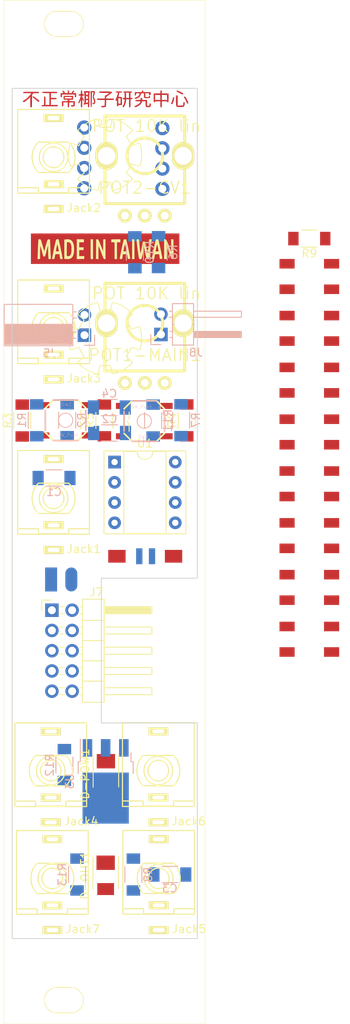
<source format=kicad_pcb>
(kicad_pcb (version 20171130) (host pcbnew 5.1.2-f72e74a~84~ubuntu16.04.1)
  (layers (0 F.Cu signal) (31 B.Cu signal) (34 B.Paste user) (35 F.Paste user) (36 B.SilkS user) (37 F.SilkS user) (38 B.Mask user) (39 F.Mask user) (44 Edge.Cuts user))
  (net 0 "")
  (net 1 AudioProg)
  (net 2 GND)
  (net 3 CV_OUT)
  (net 4 "Net-(D-OUT1-Pad2)")
  (net 5 Sync_OUT)
  (net 6 But-L)
  (net 7 But-R)
  (net 8 PB4/A2)
  (net 9 PB2/A1)
  (net 10 PB1)
  (net 11 PB0)
  (net 12 "Net-(POT1-MAIN1-Pad2)")
  (net 13 "Net-(POT2-CV1-Pad2)")
  (net 14 "Net-(J6-Pad1)")
  (net 15 Sync_IN)
  (net 16 +3V3)
  (net 17 CV1_IN)
  (net 18 CV2_IN)
  (net 19 "Net-(D1-Pad2)")
  (net 20 "Net-(D1-Pad4)")
  (net 21 "Net-(D2-Pad4)")
  (net 22 "Net-(D3-Pad4)")
  (net 23 "Net-(D4-Pad4)")
  (net 24 "Net-(D5-Pad4)")
  (net 25 "Net-(D6-Pad4)")
  (net 26 "Net-(D7-Pad4)")
  (net 27 "Net-(D-POW1-Pad1)")
  (net 28 "Net-(J7-Pad10)")
  (net 29 DC_in)
  (module 8Bit_Eurorack:RD901F-ALPHA-3D (layer F.Cu) (at 66.78 51.67)
    (fp_text reference POT2-CV1 (at 0 4) (layer F.SilkS) (effects (font (size 1.5 1.5))))
    (fp_text value "POT 10K lin" (at 0.2015 -3.748) (layer F.SilkS) (effects (font (size 1.5 1.5))))
    (pad 1 thru_hole circle (at -2.5 7.5) (size 1.75 1.75) (drill 1) (layers *.Cu *.Mask F.SilkS) (net 17 CV1_IN))
    (pad 2 thru_hole circle (at 0 7.5) (size 1.75 1.75) (drill 1) (layers *.Cu *.Mask F.SilkS) (net 13 "Net-(POT2-CV1-Pad2)"))
    (pad 3 thru_hole circle (at 2.5 7.5) (size 1.75 1.75) (drill 1) (layers *.Cu *.Mask F.SilkS) (net 2 GND))
    (pad "" thru_hole oval (at -4.8 0) (size 2.8 3.5) (drill 2.2) (layers *.Cu *.Mask F.SilkS))
    (pad "" thru_hole oval (at 4.8 0) (size 2.8 3.5) (drill 2.2) (layers *.Cu *.Mask F.SilkS))
  )
  (module 8Bit_Eurorack:RD901F-ALPHA-3D (layer F.Cu) (at 66.78 72.66275)
    (fp_text reference POT1-MAIN1 (at 0 4) (layer F.SilkS) (effects (font (size 1.5 1.5))))
    (fp_text value "POT 10K lin" (at 0.2015 -3.748) (layer F.SilkS) (effects (font (size 1.5 1.5))))
    (pad 1 thru_hole circle (at -2.5 7.5) (size 1.75 1.75) (drill 1) (layers *.Cu *.Mask F.SilkS) (net 18 CV2_IN))
    (pad 2 thru_hole circle (at 0 7.5) (size 1.75 1.75) (drill 1) (layers *.Cu *.Mask F.SilkS) (net 12 "Net-(POT1-MAIN1-Pad2)"))
    (pad 3 thru_hole circle (at 2.5 7.5) (size 1.75 1.75) (drill 1) (layers *.Cu *.Mask F.SilkS) (net 2 GND))
    (pad "" thru_hole oval (at -4.8 0) (size 2.8 3.5) (drill 2.2) (layers *.Cu *.Mask F.SilkS))
    (pad "" thru_hole oval (at 4.8 0) (size 2.8 3.5) (drill 2.2) (layers *.Cu *.Mask F.SilkS))
  )
  (module Pin_Headers:Pin_Header_Angled_1x02_Pitch2.54mm (layer B.Cu) (at 68.8 74.08)
    (fp_text reference J8 (at 4.385 2.27) (layer B.SilkS) (effects (justify mirror)))
    (fp_text value Conn_01x02)
    (pad 1 thru_hole rect (at 0 0) (size 1.7 1.7) (drill 1) (layers *.Cu *.Mask) (net 11 PB0))
    (pad 2 thru_hole oval (at 0 -2.54) (size 1.7 1.7) (drill 1) (layers *.Cu *.Mask) (net 3 CV_OUT))
  )
  (module Socket_Strips:Socket_Strip_Angled_1x02_Pitch2.54mm (layer B.Cu) (at 59.2 74.17)
    (fp_text reference J5 (at -4.38 2.27) (layer B.SilkS) (effects (justify mirror)))
    (fp_text value Conn_01x02)
    (pad 1 thru_hole rect (at 0 0) (size 1.7 1.7) (drill 1) (layers *.Cu *.Mask) (net 1 AudioProg))
    (pad 2 thru_hole oval (at 0 -2.54) (size 1.7 1.7) (drill 1) (layers *.Cu *.Mask) (net 18 CV2_IN))
  )
  (module 8Bit_Eurorack:Pin_Header_Angled_2x05_Pitch2.54mm_with_space_for_con (layer F.Cu) (at 56.38 113.76)
    (fp_text reference J7 (at 4.315 -7.35) (layer F.SilkS))
    (fp_text value Conn_02x05_Odd_Even hide)
    (pad 10 thru_hole oval (at 1.27 5.08) (size 1.7 1.7) (drill 1) (layers *.Cu *.Mask) (net 28 "Net-(J7-Pad10)"))
    (pad 9 thru_hole oval (at -1.27 5.08) (size 1.7 1.7) (drill 1) (layers *.Cu *.Mask) (net 28 "Net-(J7-Pad10)"))
    (pad 8 thru_hole oval (at 1.27 2.54) (size 1.7 1.7) (drill 1) (layers *.Cu *.Mask) (net 2 GND))
    (pad 7 thru_hole oval (at -1.27 2.54) (size 1.7 1.7) (drill 1) (layers *.Cu *.Mask) (net 2 GND))
    (pad 6 thru_hole oval (at 1.27 0) (size 1.7 1.7) (drill 1) (layers *.Cu *.Mask) (net 2 GND))
    (pad 5 thru_hole oval (at -1.27 0) (size 1.7 1.7) (drill 1) (layers *.Cu *.Mask) (net 2 GND))
    (pad 4 thru_hole oval (at 1.27 -2.54) (size 1.7 1.7) (drill 1) (layers *.Cu *.Mask) (net 2 GND))
    (pad 3 thru_hole oval (at -1.27 -2.54) (size 1.7 1.7) (drill 1) (layers *.Cu *.Mask) (net 2 GND))
    (pad 2 thru_hole oval (at 1.27 -5.08) (size 1.7 1.7) (drill 1) (layers *.Cu *.Mask) (net 29 DC_in))
    (pad 1 thru_hole rect (at -1.27 -5.08) (size 1.7 1.7) (drill 1) (layers *.Cu *.Mask) (net 29 DC_in))
  )
  (module 8Bit_Eurorack:8Bit_EuroRack-NEO (layer F.Cu) (at 61.71 96.34)
    (fp_text reference board1 hide)
    (fp_text value SVG2SHENZHEN hide)
    (fp_line (start -11.591666 53.53439) (end -11.591666 53.53439) (layer Edge.Cuts) (width 0.1))
    (fp_line (start -11.591666 -53.137503) (end -11.591666 53.53439) (layer Edge.Cuts) (width 0.1))
    (fp_line (start 11.656252 -53.137503) (end -11.591666 -53.137503) (layer Edge.Cuts) (width 0.1))
    (fp_line (start 11.656252 8.319201) (end 11.656252 -53.137503) (layer Edge.Cuts) (width 0.1))
    (fp_line (start -0.396293 8.319201) (end 11.656252 8.319201) (layer Edge.Cuts) (width 0.1))
    (fp_line (start -0.396293 26.484227) (end -0.396293 8.319201) (layer Edge.Cuts) (width 0.1))
    (fp_line (start 11.656252 26.484227) (end -0.396293 26.484227) (layer Edge.Cuts) (width 0.1))
    (fp_line (start 11.656252 53.53439) (end 11.656252 26.484227) (layer Edge.Cuts) (width 0.1))
    (fp_line (start -11.591666 53.53439) (end 11.656252 53.53439) (layer Edge.Cuts) (width 0.1))
    (fp_poly (pts (xy 6.624143 -33.516584) (xy 6.652688 -33.422795) (xy 6.686949 -33.280096) (xy 6.704137 -33.198565) (xy 6.740193 -33.023635) (xy 6.772172 -32.874551) (xy 6.794884 -32.775291) (xy 6.800064 -32.755416) (xy 6.801098 -32.71079) (xy 6.758626 -32.688583) (xy 6.654552 -32.681564) (xy 6.614755 -32.681333) (xy 6.408137 -32.681333) (xy 6.495485 -33.101146) (xy 6.534352 -33.279676) (xy 6.569309 -33.425389) (xy 6.59566 -33.51948) (xy 6.606176 -33.544294) (xy 6.624143 -33.516584)) (layer F.Cu) (width 0.01))
    (fp_poly (pts (xy 2.605308 -33.485759) (xy 2.634466 -33.373152) (xy 2.668193 -33.22405) (xy 2.701582 -33.061924) (xy 2.729729 -32.910245) (xy 2.747727 -32.792484) (xy 2.751667 -32.743973) (xy 2.726114 -32.702772) (xy 2.639843 -32.683895) (xy 2.558314 -32.681333) (xy 2.440324 -32.686083) (xy 2.388401 -32.705591) (xy 2.384227 -32.747746) (xy 2.38627 -32.755416) (xy 2.404005 -32.828999) (xy 2.433026 -32.96171) (xy 2.468153 -33.129628) (xy 2.482439 -33.199733) (xy 2.518209 -33.359092) (xy 2.551492 -33.476679) (xy 2.57722 -33.535861) (xy 2.585625 -33.5384) (xy 2.605308 -33.485759)) (layer F.Cu) (width 0.01))
    (fp_poly (pts (xy -4.581618 -33.839153) (xy -4.419644 -33.807243) (xy -4.29792 -33.72366) (xy -4.212633 -33.581425) (xy -4.159974 -33.373557) (xy -4.13613 -33.093076) (xy -4.134358 -33.02) (xy -4.141991 -32.695682) (xy -4.177881 -32.446595) (xy -4.244575 -32.267301) (xy -4.344624 -32.152361) (xy -4.480575 -32.096338) (xy -4.570837 -32.088666) (xy -4.743051 -32.088666) (xy -4.731609 -32.967083) (xy -4.720166 -33.8455) (xy -4.581618 -33.839153)) (layer F.Cu) (width 0.01))
    (fp_poly (pts (xy -5.899417 -33.523627) (xy -5.872168 -33.42882) (xy -5.838797 -33.286528) (xy -5.825141 -33.22185) (xy -5.789353 -33.047578) (xy -5.758048 -32.895599) (xy -5.736727 -32.792612) (xy -5.733378 -32.776583) (xy -5.728787 -32.718104) (xy -5.760867 -32.690201) (xy -5.849621 -32.681755) (xy -5.904693 -32.681333) (xy -6.025757 -32.68772) (xy -6.082509 -32.712003) (xy -6.094913 -32.755416) (xy -6.085563 -32.829562) (xy -6.062144 -32.955235) (xy -6.02981 -33.1095) (xy -5.993713 -33.269426) (xy -5.959006 -33.412079) (xy -5.930843 -33.514526) (xy -5.915668 -33.55311) (xy -5.899417 -33.523627)) (layer F.Cu) (width 0.01))
    (fp_poly (pts (xy 9.264589 -52.822554) (xy 9.410262 -52.757986) (xy 9.426289 -52.75052) (xy 9.633033 -52.651513) (xy 9.77114 -52.577835) (xy 9.850176 -52.52237) (xy 9.879706 -52.478004) (xy 9.869299 -52.437623) (xy 9.861316 -52.427001) (xy 9.835827 -52.39625) (xy 9.81048 -52.380429) (xy 9.770514 -52.384011) (xy 9.701169 -52.411466) (xy 9.587687 -52.467266) (xy 9.415308 -52.555883) (xy 9.385897 -52.571027) (xy 9.216407 -52.660356) (xy 9.112508 -52.722325) (xy 9.06328 -52.765833) (xy 9.057806 -52.79978) (xy 9.075519 -52.823995) (xy 9.116461 -52.851527) (xy 9.17307 -52.852391) (xy 9.264589 -52.822554)) (layer F.Cu) (width 0.01))
    (fp_poly (pts (xy -4.474274 -52.860133) (xy -4.449793 -52.802739) (xy -4.445 -52.705) (xy -4.445 -52.535666) (xy -4.255828 -52.535666) (xy -4.133133 -52.543773) (xy -4.085488 -52.569804) (xy -4.086542 -52.588583) (xy -4.076619 -52.665847) (xy -4.016296 -52.751268) (xy -3.932258 -52.818267) (xy -3.851189 -52.840265) (xy -3.837344 -52.836798) (xy -3.792608 -52.812241) (xy -3.79395 -52.774992) (xy -3.846026 -52.703338) (xy -3.872857 -52.67115) (xy -3.986859 -52.535666) (xy -3.556 -52.535666) (xy -3.556 -52.281666) (xy -3.559089 -52.139802) (xy -3.57266 -52.063146) (xy -3.603166 -52.032336) (xy -3.640666 -52.027666) (xy -3.696059 -52.041867) (xy -3.72054 -52.099261) (xy -3.725333 -52.197) (xy -3.725333 -52.366333) (xy -5.334 -52.366333) (xy -5.334 -52.197) (xy -5.3411 -52.086216) (xy -5.369797 -52.037254) (xy -5.418666 -52.027666) (xy -5.465955 -52.036934) (xy -5.491507 -52.077646) (xy -5.501777 -52.169165) (xy -5.503333 -52.281666) (xy -5.503333 -52.535666) (xy -5.116568 -52.535666) (xy -5.210117 -52.667044) (xy -5.266958 -52.758178) (xy -5.271737 -52.809904) (xy -5.244749 -52.836418) (xy -5.182291 -52.839642) (xy -5.096565 -52.774908) (xy -5.065147 -52.741928) (xy -4.992666 -52.652107) (xy -4.978575 -52.599018) (xy -5.001647 -52.573202) (xy -5.001542 -52.551385) (xy -4.923301 -52.538839) (xy -4.836583 -52.536315) (xy -4.614333 -52.535666) (xy -4.614333 -52.705) (xy -4.607233 -52.815784) (xy -4.578536 -52.864746) (xy -4.529666 -52.874333) (xy -4.474274 -52.860133)) (layer F.Cu) (width 0.01))
    (fp_poly (pts (xy 4.850059 -52.849529) (xy 4.868334 -52.7685) (xy 4.868334 -52.662666) (xy 5.799667 -52.662666) (xy 5.799667 -52.472166) (xy 5.79528 -52.354613) (xy 5.773719 -52.298917) (xy 5.722379 -52.282394) (xy 5.693834 -52.281666) (xy 5.618197 -52.295335) (xy 5.590528 -52.353439) (xy 5.588 -52.408666) (xy 5.584154 -52.481029) (xy 5.558784 -52.51884) (xy 5.491144 -52.533314) (xy 5.360488 -52.535666) (xy 5.118108 -52.535666) (xy 5.130804 -52.29225) (xy 5.1435 -52.048833) (xy 5.347905 -52.035795) (xy 5.473724 -52.032663) (xy 5.539871 -52.049557) (xy 5.570497 -52.094584) (xy 5.575718 -52.112272) (xy 5.6177 -52.177401) (xy 5.660526 -52.178227) (xy 5.723045 -52.157201) (xy 5.735968 -52.154666) (xy 5.736622 -52.119397) (xy 5.719013 -52.03825) (xy 5.698192 -51.978001) (xy 5.662314 -51.942129) (xy 5.591363 -51.923019) (xy 5.465322 -51.913056) (xy 5.380091 -51.909316) (xy 5.193151 -51.909354) (xy 5.062739 -51.925485) (xy 5.012584 -51.94625) (xy 4.972749 -52.027771) (xy 4.9544 -52.189231) (xy 4.953 -52.268117) (xy 4.953 -52.540535) (xy 4.775548 -52.527517) (xy 4.660539 -52.512307) (xy 4.600853 -52.474796) (xy 4.56715 -52.39361) (xy 4.561241 -52.371397) (xy 4.48442 -52.174677) (xy 4.360072 -52.029834) (xy 4.171594 -51.916211) (xy 4.022016 -51.850489) (xy 3.926659 -51.822572) (xy 3.865234 -51.830063) (xy 3.817452 -51.87056) (xy 3.814581 -51.87398) (xy 3.801348 -51.913007) (xy 3.841547 -51.950644) (xy 3.9478 -51.996925) (xy 3.987667 -52.011564) (xy 4.162091 -52.101892) (xy 4.300324 -52.225969) (xy 4.384833 -52.364965) (xy 4.402667 -52.45726) (xy 4.389221 -52.504873) (xy 4.335396 -52.528438) (xy 4.220956 -52.535548) (xy 4.193682 -52.535666) (xy 4.069056 -52.532663) (xy 4.005662 -52.514011) (xy 3.980075 -52.465243) (xy 3.971432 -52.39843) (xy 3.938125 -52.284899) (xy 3.884084 -52.247159) (xy 3.83986 -52.251346) (xy 3.817525 -52.29798) (xy 3.810261 -52.405529) (xy 3.81 -52.447896) (xy 3.81 -52.662666) (xy 4.699 -52.662666) (xy 4.699 -52.7685) (xy 4.718844 -52.85149) (xy 4.783667 -52.874333) (xy 4.850059 -52.849529)) (layer F.Cu) (width 0.01))
    (fp_poly (pts (xy -8.911251 -52.122662) (xy -8.831426 -52.082259) (xy -8.708469 -52.000855) (xy -8.595344 -51.920441) (xy -8.410567 -51.785741) (xy -8.286614 -51.689243) (xy -8.214577 -51.621127) (xy -8.185549 -51.571571) (xy -8.190624 -51.530755) (xy -8.212666 -51.4985) (xy -8.265058 -51.448075) (xy -8.315411 -51.447074) (xy -8.385659 -51.501407) (xy -8.444525 -51.560983) (xy -8.542428 -51.65193) (xy -8.679001 -51.765139) (xy -8.811997 -51.86667) (xy -8.938685 -51.962528) (xy -9.004984 -52.025523) (xy -9.021363 -52.069138) (xy -8.998381 -52.106762) (xy -8.962162 -52.128638) (xy -8.911251 -52.122662)) (layer F.Cu) (width 0.01))
    (fp_poly (pts (xy 10.153896 -52.068825) (xy 10.215414 -51.991023) (xy 10.292763 -51.854542) (xy 10.365313 -51.710166) (xy 10.454466 -51.522407) (xy 10.506012 -51.394625) (xy 10.522941 -51.312498) (xy 10.50824 -51.261704) (xy 10.46583 -51.228416) (xy 10.415648 -51.213253) (xy 10.376714 -51.242654) (xy 10.33486 -51.331772) (xy 10.312299 -51.392608) (xy 10.247122 -51.547088) (xy 10.158691 -51.724161) (xy 10.097205 -51.833031) (xy 10.023044 -51.95956) (xy 9.989852 -52.032501) (xy 9.993648 -52.070015) (xy 10.030454 -52.090263) (xy 10.040144 -52.093434) (xy 10.098657 -52.099209) (xy 10.153896 -52.068825)) (layer F.Cu) (width 0.01))
    (fp_poly (pts (xy 8.739169 -52.018669) (xy 8.757106 -51.977508) (xy 8.75085 -51.882927) (xy 8.742967 -51.826583) (xy 8.712081 -51.679611) (xy 8.66397 -51.517405) (xy 8.607105 -51.362224) (xy 8.549956 -51.23633) (xy 8.500992 -51.161983) (xy 8.486246 -51.151862) (xy 8.420666 -51.164935) (xy 8.396877 -51.183056) (xy 8.379092 -51.244188) (xy 8.414304 -51.350523) (xy 8.430533 -51.38366) (xy 8.484655 -51.515897) (xy 8.536462 -51.684216) (xy 8.560121 -51.783241) (xy 8.595261 -51.925733) (xy 8.631795 -52.001211) (xy 8.679021 -52.026959) (xy 8.69161 -52.027666) (xy 8.739169 -52.018669)) (layer F.Cu) (width 0.01))
    (fp_poly (pts (xy 2.017743 -52.745235) (xy 2.144483 -52.737547) (xy 2.214482 -52.722181) (xy 2.241663 -52.697048) (xy 2.243667 -52.683833) (xy 2.218097 -52.641472) (xy 2.131607 -52.622564) (xy 2.058192 -52.620333) (xy 1.872718 -52.620333) (xy 1.823445 -52.41925) (xy 1.789785 -52.284959) (xy 1.761404 -52.176912) (xy 1.752792 -52.146369) (xy 1.753317 -52.103414) (xy 1.798753 -52.078643) (xy 1.906264 -52.064897) (xy 1.95579 -52.061703) (xy 2.180167 -52.048833) (xy 2.192094 -51.551416) (xy 2.20402 -51.054) (xy 1.969844 -51.054) (xy 1.834818 -51.050367) (xy 1.7643 -51.034644) (xy 1.738272 -50.999592) (xy 1.735667 -50.969333) (xy 1.705733 -50.898581) (xy 1.651 -50.884666) (xy 1.612041 -50.890663) (xy 1.587196 -50.918992) (xy 1.573238 -50.98516) (xy 1.566935 -51.104675) (xy 1.56506 -51.293045) (xy 1.565046 -51.297416) (xy 1.562524 -51.486309) (xy 1.555486 -51.59988) (xy 1.542578 -51.647412) (xy 1.522448 -51.63819) (xy 1.516687 -51.629074) (xy 1.476141 -51.572961) (xy 1.440166 -51.589918) (xy 1.415167 -51.622443) (xy 1.385833 -51.685997) (xy 1.402988 -51.75909) (xy 1.443064 -51.830536) (xy 1.47812 -51.900666) (xy 1.735667 -51.900666) (xy 1.735667 -51.223333) (xy 2.032 -51.223333) (xy 2.032 -51.900666) (xy 1.735667 -51.900666) (xy 1.47812 -51.900666) (xy 1.496243 -51.936921) (xy 1.557023 -52.087644) (xy 1.615957 -52.255119) (xy 1.663597 -52.411758) (xy 1.690494 -52.529974) (xy 1.693334 -52.561292) (xy 1.65403 -52.606369) (xy 1.545167 -52.620333) (xy 1.43558 -52.634103) (xy 1.397268 -52.67805) (xy 1.397 -52.683833) (xy 1.410989 -52.713445) (xy 1.462241 -52.732456) (xy 1.56468 -52.742955) (xy 1.732234 -52.747033) (xy 1.820334 -52.747333) (xy 2.017743 -52.745235)) (layer F.Cu) (width 0.01))
    (fp_poly (pts (xy -6.574361 -52.70473) (xy -6.340843 -52.703315) (xy -6.171445 -52.699844) (xy -6.055893 -52.693407) (xy -5.983912 -52.683093) (xy -5.94523 -52.667993) (xy -5.929573 -52.647196) (xy -5.926666 -52.620333) (xy -5.932739 -52.580982) (xy -5.961428 -52.556146) (xy -6.028438 -52.54252) (xy -6.149475 -52.536796) (xy -6.328833 -52.535666) (xy -6.731 -52.535666) (xy -6.731 -51.943) (xy -6.371166 -51.943) (xy -6.196205 -51.941424) (xy -6.089335 -51.934101) (xy -6.034 -51.917134) (xy -6.013647 -51.886628) (xy -6.011333 -51.858333) (xy -6.018029 -51.817166) (xy -6.049155 -51.79202) (xy -6.121265 -51.779) (xy -6.250914 -51.774211) (xy -6.371166 -51.773666) (xy -6.731 -51.773666) (xy -6.731 -51.054) (xy -6.2865 -51.054) (xy -6.088203 -51.052938) (xy -5.959595 -51.047853) (xy -5.885708 -51.035892) (xy -5.851572 -51.014205) (xy -5.84222 -50.97994) (xy -5.842 -50.969333) (xy -5.844856 -50.943051) (xy -5.859989 -50.922857) (xy -5.89725 -50.907952) (xy -5.966486 -50.897533) (xy -6.077547 -50.890798) (xy -6.240281 -50.886946) (xy -6.464538 -50.885175) (xy -6.760167 -50.884684) (xy -6.882271 -50.884666) (xy -7.205837 -50.885026) (xy -7.454359 -50.886567) (xy -7.637458 -50.889984) (xy -7.764755 -50.895971) (xy -7.845872 -50.905224) (xy -7.89043 -50.918437) (xy -7.90805 -50.936304) (xy -7.908502 -50.95875) (xy -7.863395 -51.016619) (xy -7.748967 -51.044798) (xy -7.736064 -51.045972) (xy -7.577666 -51.059111) (xy -7.577666 -51.585722) (xy -7.576889 -51.804709) (xy -7.573077 -51.95282) (xy -7.564015 -52.04384) (xy -7.547487 -52.091558) (xy -7.521275 -52.109758) (xy -7.493 -52.112333) (xy -7.457863 -52.107514) (xy -7.434072 -52.083886) (xy -7.419425 -52.027695) (xy -7.411723 -51.925189) (xy -7.408764 -51.762612) (xy -7.408333 -51.583166) (xy -7.408333 -51.054) (xy -6.900333 -51.054) (xy -6.900333 -52.532802) (xy -7.354915 -52.544818) (xy -7.558953 -52.551863) (xy -7.69314 -52.56192) (xy -7.77229 -52.577709) (xy -7.811217 -52.601952) (xy -7.823685 -52.630916) (xy -7.823046 -52.654841) (xy -7.80408 -52.672998) (xy -7.756771 -52.686176) (xy -7.671103 -52.695163) (xy -7.537059 -52.700748) (xy -7.344623 -52.703718) (xy -7.083779 -52.704862) (xy -6.882271 -52.705) (xy -6.574361 -52.70473)) (layer F.Cu) (width 0.01))
    (fp_poly (pts (xy 9.186334 -50.969333) (xy 9.520471 -50.969333) (xy 9.702349 -50.972873) (xy 9.815733 -50.991058) (xy 9.87673 -51.035234) (xy 9.901449 -51.116748) (xy 9.906 -51.240907) (xy 9.916367 -51.36309) (xy 9.952422 -51.41378) (xy 10.015972 -51.406387) (xy 10.059571 -51.348998) (xy 10.073426 -51.240298) (xy 10.06127 -51.106741) (xy 10.026836 -50.974786) (xy 9.973857 -50.870886) (xy 9.935102 -50.83326) (xy 9.87249 -50.819018) (xy 9.747374 -50.807887) (xy 9.581901 -50.801521) (xy 9.498434 -50.800648) (xy 9.302922 -50.80352) (xy 9.17473 -50.814705) (xy 9.096699 -50.836879) (xy 9.053934 -50.86991) (xy 9.028506 -50.928757) (xy 9.00906 -51.042101) (xy 8.994703 -51.2188) (xy 8.984542 -51.46771) (xy 8.981451 -51.589576) (xy 8.967068 -52.239333) (xy 9.186334 -52.239333) (xy 9.186334 -50.969333)) (layer F.Cu) (width 0.01))
    (fp_poly (pts (xy 7.16491 -52.861869) (xy 7.18993 -52.810112) (xy 7.196635 -52.697518) (xy 7.196667 -52.683833) (xy 7.196667 -52.493333) (xy 8.043334 -52.493333) (xy 8.043334 -51.943) (xy 8.042615 -51.718329) (xy 8.039077 -51.564829) (xy 8.030643 -51.469007) (xy 8.015237 -51.417371) (xy 7.990784 -51.396426) (xy 7.958667 -51.392666) (xy 7.889715 -51.419136) (xy 7.874 -51.456166) (xy 7.858049 -51.488748) (xy 7.800172 -51.508301) (xy 7.685338 -51.517645) (xy 7.535334 -51.519666) (xy 7.196667 -51.519666) (xy 7.196667 -51.138666) (xy 7.195252 -50.957649) (xy 7.188621 -50.845168) (xy 7.173191 -50.785108) (xy 7.145383 -50.761356) (xy 7.112 -50.757666) (xy 7.071774 -50.764033) (xy 7.046778 -50.793874) (xy 7.033432 -50.863306) (xy 7.028153 -50.988443) (xy 7.027334 -51.138666) (xy 7.027334 -51.519666) (xy 6.688667 -51.519666) (xy 6.5149 -51.516676) (xy 6.410616 -51.505824) (xy 6.360781 -51.484292) (xy 6.35 -51.456166) (xy 6.314707 -51.404452) (xy 6.265334 -51.392666) (xy 6.230769 -51.397334) (xy 6.207153 -51.420333) (xy 6.192412 -51.475154) (xy 6.184467 -51.575292) (xy 6.182163 -51.689) (xy 6.35 -51.689) (xy 7.031043 -51.689) (xy 7.196667 -51.689) (xy 7.877709 -51.689) (xy 7.865271 -51.995916) (xy 7.852834 -52.302833) (xy 7.52475 -52.315197) (xy 7.196667 -52.327561) (xy 7.196667 -51.689) (xy 7.031043 -51.689) (xy 7.018605 -51.995916) (xy 7.006167 -52.302833) (xy 6.678084 -52.315197) (xy 6.35 -52.327561) (xy 6.35 -51.689) (xy 6.182163 -51.689) (xy 6.181245 -51.734238) (xy 6.180667 -51.943) (xy 6.180667 -52.493333) (xy 7.027334 -52.493333) (xy 7.027334 -52.683833) (xy 7.032873 -52.802881) (xy 7.055876 -52.859175) (xy 7.105918 -52.87426) (xy 7.112 -52.874333) (xy 7.16491 -52.861869)) (layer F.Cu) (width 0.01))
    (fp_poly (pts (xy 4.711136 -51.929331) (xy 4.738806 -51.871227) (xy 4.741334 -51.816) (xy 4.741334 -51.689) (xy 5.330704 -51.689) (xy 5.342935 -51.318583) (xy 5.355167 -50.948166) (xy 5.503334 -50.948166) (xy 5.600405 -50.954554) (xy 5.645068 -50.990328) (xy 5.662261 -51.080405) (xy 5.664793 -51.109499) (xy 5.682509 -51.216777) (xy 5.718079 -51.256872) (xy 5.74946 -51.256358) (xy 5.796778 -51.223845) (xy 5.816012 -51.13904) (xy 5.817057 -51.061616) (xy 5.799479 -50.911751) (xy 5.743885 -50.824762) (xy 5.634285 -50.785859) (xy 5.5118 -50.779326) (xy 5.350476 -50.783816) (xy 5.248901 -50.806921) (xy 5.193278 -50.864554) (xy 5.16981 -50.972624) (xy 5.164702 -51.147043) (xy 5.164667 -51.179671) (xy 5.164667 -51.519666) (xy 4.935197 -51.519666) (xy 4.802413 -51.516832) (xy 4.730543 -51.500291) (xy 4.695848 -51.457984) (xy 4.676909 -51.388458) (xy 4.611087 -51.248766) (xy 4.484118 -51.102502) (xy 4.315847 -50.967773) (xy 4.126118 -50.862684) (xy 4.080372 -50.844175) (xy 3.941562 -50.792362) (xy 3.862701 -50.767414) (xy 3.823851 -50.768158) (xy 3.805072 -50.79342) (xy 3.792366 -50.827226) (xy 3.775299 -50.874382) (xy 3.783945 -50.902916) (xy 3.836272 -50.930543) (xy 3.937 -50.969832) (xy 4.115385 -51.056738) (xy 4.280825 -51.168558) (xy 4.416189 -51.290309) (xy 4.504346 -51.407007) (xy 4.529388 -51.487916) (xy 4.490654 -51.503092) (xy 4.387937 -51.514318) (xy 4.241901 -51.519527) (xy 4.212167 -51.519666) (xy 4.049833 -51.521666) (xy 3.954585 -51.530785) (xy 3.908878 -51.5517) (xy 3.895165 -51.589093) (xy 3.894667 -51.604333) (xy 3.902166 -51.647622) (xy 3.93636 -51.673022) (xy 4.014794 -51.68521) (xy 4.155015 -51.688867) (xy 4.212167 -51.689) (xy 4.529667 -51.689) (xy 4.529667 -51.816) (xy 4.541057 -51.906763) (xy 4.589477 -51.939967) (xy 4.6355 -51.943) (xy 4.711136 -51.929331)) (layer F.Cu) (width 0.01))
    (fp_poly (pts (xy 3.150203 -52.745918) (xy 3.307296 -52.740709) (xy 3.404802 -52.730262) (xy 3.455246 -52.71313) (xy 3.47115 -52.68787) (xy 3.471334 -52.683833) (xy 3.434533 -52.632762) (xy 3.3655 -52.620333) (xy 3.313011 -52.616724) (xy 3.281582 -52.594381) (xy 3.265814 -52.536029) (xy 3.260309 -52.424394) (xy 3.259667 -52.281666) (xy 3.259667 -51.943) (xy 3.386667 -51.943) (xy 3.479627 -51.929695) (xy 3.512357 -51.880189) (xy 3.513667 -51.858333) (xy 3.493709 -51.79636) (xy 3.41945 -51.77454) (xy 3.386667 -51.773666) (xy 3.259667 -51.773666) (xy 3.259667 -51.265666) (xy 3.258836 -51.051225) (xy 3.254785 -50.907416) (xy 3.245175 -50.820207) (xy 3.227669 -50.77557) (xy 3.199926 -50.759472) (xy 3.175 -50.757666) (xy 3.13926 -50.762651) (xy 3.115292 -50.786957) (xy 3.100757 -50.844615) (xy 3.093317 -50.949656) (xy 3.090634 -51.116111) (xy 3.090334 -51.265666) (xy 3.090334 -51.773666) (xy 2.899834 -51.773666) (xy 2.782581 -51.76972) (xy 2.727037 -51.748417) (xy 2.710304 -51.695559) (xy 2.709334 -51.655561) (xy 2.691865 -51.495134) (xy 2.646385 -51.299319) (xy 2.583283 -51.103321) (xy 2.512949 -50.942346) (xy 2.485043 -50.895539) (xy 2.414238 -50.79844) (xy 2.367003 -50.763779) (xy 2.323004 -50.781601) (xy 2.29865 -50.804284) (xy 2.282107 -50.859942) (xy 2.321708 -50.951324) (xy 2.350407 -50.995863) (xy 2.427747 -51.149845) (xy 2.491986 -51.349241) (xy 2.532092 -51.554822) (xy 2.54 -51.669917) (xy 2.525902 -51.744169) (xy 2.466655 -51.771289) (xy 2.413 -51.773666) (xy 2.32004 -51.786972) (xy 2.28731 -51.836477) (xy 2.286 -51.858333) (xy 2.305958 -51.920307) (xy 2.380217 -51.942126) (xy 2.413 -51.943) (xy 2.54 -51.943) (xy 2.709334 -51.943) (xy 3.093895 -51.943) (xy 3.069167 -52.599166) (xy 2.88925 -52.612184) (xy 2.709334 -52.625201) (xy 2.709334 -51.943) (xy 2.54 -51.943) (xy 2.54 -52.281666) (xy 2.538233 -52.450405) (xy 2.530091 -52.551534) (xy 2.511318 -52.602084) (xy 2.477657 -52.619087) (xy 2.455334 -52.620333) (xy 2.386381 -52.646803) (xy 2.370667 -52.683833) (xy 2.382932 -52.71028) (xy 2.428075 -52.728406) (xy 2.518621 -52.739657) (xy 2.667093 -52.745477) (xy 2.886015 -52.747312) (xy 2.921 -52.747333) (xy 3.150203 -52.745918)) (layer F.Cu) (width 0.01))
    (fp_poly (pts (xy 0.372378 -52.745549) (xy 0.593444 -52.739745) (xy 0.74964 -52.729243) (xy 0.85083 -52.713363) (xy 0.906879 -52.691428) (xy 0.908757 -52.690099) (xy 0.945027 -52.65592) (xy 0.943824 -52.619227) (xy 0.895733 -52.565009) (xy 0.791337 -52.478255) (xy 0.760582 -52.453868) (xy 0.614944 -52.344223) (xy 0.468125 -52.242373) (xy 0.373227 -52.183019) (xy 0.2642 -52.106504) (xy 0.217754 -52.028018) (xy 0.211993 -51.97475) (xy 0.211667 -51.858333) (xy 0.6985 -51.858333) (xy 0.907673 -51.857435) (xy 1.046509 -51.853081) (xy 1.129331 -51.842778) (xy 1.170465 -51.824037) (xy 1.184233 -51.794366) (xy 1.185334 -51.773666) (xy 1.18017 -51.737289) (xy 1.155132 -51.713143) (xy 1.095893 -51.698739) (xy 0.988131 -51.691586) (xy 0.817522 -51.689191) (xy 0.6985 -51.689) (xy 0.211667 -51.689) (xy 0.211019 -51.297416) (xy 0.206763 -51.118112) (xy 0.195915 -50.9674) (xy 0.180428 -50.867948) (xy 0.172049 -50.845278) (xy 0.104127 -50.804492) (xy -0.031507 -50.775267) (xy -0.117484 -50.766551) (xy -0.259185 -50.759355) (xy -0.338354 -50.76745) (xy -0.376553 -50.796273) (xy -0.391514 -50.835634) (xy -0.396364 -50.887372) (xy -0.36372 -50.915704) (xy -0.275045 -50.930131) (xy -0.196582 -50.935527) (xy 0.021167 -50.948166) (xy 0.033398 -51.318583) (xy 0.04563 -51.689) (xy -0.442852 -51.689) (xy -0.652439 -51.689892) (xy -0.791665 -51.694222) (xy -0.874831 -51.704467) (xy -0.916237 -51.723107) (xy -0.930185 -51.752621) (xy -0.931333 -51.773666) (xy -0.92617 -51.810044) (xy -0.901131 -51.83419) (xy -0.841893 -51.848594) (xy -0.734131 -51.855747) (xy -0.563521 -51.858142) (xy -0.4445 -51.858333) (xy 0.042334 -51.858333) (xy 0.042334 -52.048833) (xy 0.048971 -52.17015) (xy 0.074003 -52.227341) (xy 0.116417 -52.240383) (xy 0.188167 -52.265118) (xy 0.299286 -52.328273) (xy 0.402167 -52.399133) (xy 0.613834 -52.556833) (xy -0.03175 -52.568519) (xy -0.278295 -52.573584) (xy -0.452628 -52.579619) (xy -0.567198 -52.588463) (xy -0.634455 -52.60195) (xy -0.666849 -52.62192) (xy -0.676828 -52.650207) (xy -0.677333 -52.663769) (xy -0.673476 -52.69362) (xy -0.654206 -52.715367) (xy -0.607974 -52.730289) (xy -0.523234 -52.739667) (xy -0.388436 -52.74478) (xy -0.192034 -52.746909) (xy 0.076576 -52.747333) (xy 0.372378 -52.745549)) (layer F.Cu) (width 0.01))
    (fp_poly (pts (xy -1.321842 -52.782812) (xy -1.232643 -52.760083) (xy -1.200869 -52.726757) (xy -1.20086 -52.657647) (xy -1.223181 -52.533541) (xy -1.263136 -52.37968) (xy -1.269223 -52.359327) (xy -1.361718 -52.054807) (xy -1.275302 -51.90105) (xy -1.193619 -51.706081) (xy -1.15679 -51.506368) (xy -1.169642 -51.332565) (xy -1.180468 -51.298599) (xy -1.243826 -51.209077) (xy -1.335465 -51.154859) (xy -1.427056 -51.146415) (xy -1.485562 -51.185853) (xy -1.520234 -51.265971) (xy -1.485009 -51.302123) (xy -1.418166 -51.308) (xy -1.350377 -51.317046) (xy -1.319971 -51.359953) (xy -1.312399 -51.460376) (xy -1.312333 -51.480069) (xy -1.33005 -51.624833) (xy -1.374772 -51.790107) (xy -1.399683 -51.855187) (xy -1.446608 -51.972951) (xy -1.465108 -52.063211) (xy -1.456827 -52.161598) (xy -1.423412 -52.303742) (xy -1.42085 -52.313646) (xy -1.37837 -52.484565) (xy -1.360825 -52.588984) (xy -1.37043 -52.641964) (xy -1.409403 -52.658567) (xy -1.471083 -52.654895) (xy -1.5875 -52.6415) (xy -1.598893 -51.699583) (xy -1.603378 -51.388716) (xy -1.608835 -51.152809) (xy -1.616029 -50.982157) (xy -1.625723 -50.867053) (xy -1.63868 -50.797793) (xy -1.655663 -50.76467) (xy -1.672976 -50.757666) (xy -1.692949 -50.767851) (xy -1.708279 -50.80469) (xy -1.719548 -50.877609) (xy -1.727339 -50.996033) (xy -1.732232 -51.169389) (xy -1.73481 -51.407104) (xy -1.735654 -51.718602) (xy -1.735666 -51.773666) (xy -1.735666 -52.789666) (xy -1.480338 -52.789666) (xy -1.321842 -52.782812)) (layer F.Cu) (width 0.01))
    (fp_poly (pts (xy -2.020316 -52.788252) (xy -1.907834 -52.78162) (xy -1.847775 -52.766191) (xy -1.824023 -52.738383) (xy -1.820333 -52.705) (xy -1.838061 -52.63621) (xy -1.862666 -52.620333) (xy -1.877684 -52.578744) (xy -1.88962 -52.456854) (xy -1.898279 -52.25898) (xy -1.903465 -51.98944) (xy -1.905 -51.689) (xy -1.905282 -51.385514) (xy -1.906758 -51.156288) (xy -1.910374 -50.990918) (xy -1.917077 -50.878996) (xy -1.927811 -50.810117) (xy -1.943524 -50.773877) (xy -1.965161 -50.759868) (xy -1.989666 -50.757666) (xy -2.039953 -50.768522) (xy -2.065333 -50.814832) (xy -2.073848 -50.917207) (xy -2.074333 -50.974744) (xy -2.074333 -51.191821) (xy -2.25425 -51.163219) (xy -2.391747 -51.139355) (xy -2.508483 -51.115817) (xy -2.529416 -51.110886) (xy -2.602384 -51.107828) (xy -2.624359 -51.161964) (xy -2.624666 -51.176411) (xy -2.599255 -51.248943) (xy -2.561166 -51.265666) (xy -2.537004 -51.276884) (xy -2.519706 -51.318158) (xy -2.508199 -51.400925) (xy -2.503319 -51.4985) (xy -2.328333 -51.4985) (xy -2.317847 -51.369286) (xy -2.27794 -51.311899) (xy -2.195937 -51.315169) (xy -2.141296 -51.333696) (xy -2.090097 -51.395975) (xy -2.074333 -51.524196) (xy -2.079714 -51.630883) (xy -2.108473 -51.677578) (xy -2.179534 -51.688839) (xy -2.201333 -51.689) (xy -2.279427 -51.683478) (xy -2.316415 -51.651593) (xy -2.327615 -51.570368) (xy -2.328333 -51.4985) (xy -2.503319 -51.4985) (xy -2.501412 -51.53662) (xy -2.498272 -51.736676) (xy -2.497666 -51.943) (xy -2.498069 -51.985333) (xy -2.328333 -51.985333) (xy -2.323318 -51.876755) (xy -2.296141 -51.828488) (xy -2.228604 -51.816267) (xy -2.201333 -51.816) (xy -2.1199 -51.822687) (xy -2.083699 -51.858923) (xy -2.074534 -51.948972) (xy -2.074333 -51.985333) (xy -2.079348 -52.093911) (xy -2.106526 -52.142178) (xy -2.174062 -52.154399) (xy -2.201333 -52.154666) (xy -2.282767 -52.14798) (xy -2.318967 -52.111743) (xy -2.328133 -52.021694) (xy -2.328333 -51.985333) (xy -2.498069 -51.985333) (xy -2.500241 -52.212907) (xy -2.507687 -52.419775) (xy -2.512232 -52.472166) (xy -2.328333 -52.472166) (xy -2.321253 -52.372619) (xy -2.285343 -52.331789) (xy -2.201333 -52.324) (xy -2.116007 -52.33226) (xy -2.081009 -52.374155) (xy -2.074333 -52.472166) (xy -2.081413 -52.571714) (xy -2.117323 -52.612544) (xy -2.201333 -52.620333) (xy -2.28666 -52.612073) (xy -2.321657 -52.570178) (xy -2.328333 -52.472166) (xy -2.512232 -52.472166) (xy -2.51959 -52.556961) (xy -2.535534 -52.617821) (xy -2.54 -52.620333) (xy -2.574395 -52.655789) (xy -2.582333 -52.705) (xy -2.575967 -52.745226) (xy -2.546125 -52.770222) (xy -2.476693 -52.783568) (xy -2.351557 -52.788847) (xy -2.201333 -52.789666) (xy -2.020316 -52.788252)) (layer F.Cu) (width 0.01))
    (fp_poly (pts (xy -2.829505 -52.864102) (xy -2.804031 -52.819968) (xy -2.794823 -52.72177) (xy -2.794 -52.644312) (xy -2.791133 -52.511581) (xy -2.775478 -52.441293) (xy -2.736452 -52.411253) (xy -2.677945 -52.400895) (xy -2.581432 -52.364755) (xy -2.547841 -52.313416) (xy -2.557104 -52.260124) (xy -2.624965 -52.240425) (xy -2.663896 -52.239333) (xy -2.759141 -52.218785) (xy -2.79352 -52.153994) (xy -2.767056 -52.040245) (xy -2.679775 -51.872818) (xy -2.665949 -51.850089) (xy -2.585858 -51.69836) (xy -2.565925 -51.602076) (xy -2.606413 -51.562871) (xy -2.619484 -51.562) (xy -2.657582 -51.596092) (xy -2.710078 -51.680073) (xy -2.720112 -51.699583) (xy -2.748196 -51.752637) (xy -2.767406 -51.771991) (xy -2.779528 -51.747554) (xy -2.786348 -51.669236) (xy -2.789652 -51.526947) (xy -2.791226 -51.310595) (xy -2.791292 -51.297416) (xy -2.793165 -51.075237) (xy -2.79762 -50.924106) (xy -2.806862 -50.830406) (xy -2.823096 -50.780521) (xy -2.848527 -50.760832) (xy -2.878666 -50.757666) (xy -2.914747 -50.762812) (xy -2.93891 -50.787697) (xy -2.953627 -50.846492) (xy -2.961369 -50.953369) (xy -2.964607 -51.122498) (xy -2.965396 -51.255083) (xy -2.967459 -51.7525) (xy -3.077022 -51.484638) (xy -3.138055 -51.344172) (xy -3.181381 -51.271873) (xy -3.216446 -51.255712) (xy -3.24305 -51.27324) (xy -3.269859 -51.318823) (xy -3.263222 -51.385828) (xy -3.21927 -51.496369) (xy -3.19495 -51.548193) (xy -3.121237 -51.72286) (xy -3.054741 -51.914064) (xy -3.032321 -51.992423) (xy -2.974256 -52.218166) (xy -3.119543 -52.231459) (xy -3.225035 -52.261452) (xy -3.258338 -52.312369) (xy -3.221643 -52.364679) (xy -3.117138 -52.398852) (xy -3.10057 -52.400765) (xy -3.021771 -52.41217) (xy -2.98097 -52.441459) (xy -2.96566 -52.510819) (xy -2.963333 -52.642433) (xy -2.963333 -52.644182) (xy -2.959572 -52.77779) (xy -2.943343 -52.847039) (xy -2.907233 -52.872086) (xy -2.878666 -52.874333) (xy -2.829505 -52.864102)) (layer F.Cu) (width 0.01))
    (fp_poly (pts (xy -3.937 -51.735558) (xy -4.180416 -51.722862) (xy -4.319268 -51.711814) (xy -4.392933 -51.692039) (xy -4.420887 -51.655745) (xy -4.423833 -51.6255) (xy -4.416241 -51.583497) (xy -4.382323 -51.557041) (xy -4.305369 -51.541492) (xy -4.168667 -51.532211) (xy -4.074583 -51.528538) (xy -3.725333 -51.516242) (xy -3.725333 -51.220573) (xy -3.727509 -51.064333) (xy -3.738598 -50.971504) (xy -3.765441 -50.920854) (xy -3.814881 -50.891154) (xy -3.833922 -50.883619) (xy -3.999668 -50.844608) (xy -4.12524 -50.86471) (xy -4.191 -50.927) (xy -4.212184 -50.980801) (xy -4.186938 -51.00515) (xy -4.098234 -51.011532) (xy -4.065489 -51.011666) (xy -3.894666 -51.011666) (xy -3.894666 -51.396707) (xy -4.15925 -51.384103) (xy -4.423833 -51.3715) (xy -4.436271 -51.064583) (xy -4.445206 -50.904921) (xy -4.459522 -50.812305) (xy -4.484687 -50.769116) (xy -4.52617 -50.757734) (xy -4.531521 -50.757666) (xy -4.573907 -50.76563) (xy -4.598781 -50.801177) (xy -4.610701 -50.881788) (xy -4.614228 -51.024945) (xy -4.614333 -51.075166) (xy -4.614333 -51.392666) (xy -5.164666 -51.392666) (xy -5.164666 -51.138666) (xy -5.167756 -50.996802) (xy -5.181326 -50.920146) (xy -5.211833 -50.889336) (xy -5.249333 -50.884666) (xy -5.292622 -50.892165) (xy -5.318022 -50.926359) (xy -5.33021 -51.004794) (xy -5.333867 -51.145014) (xy -5.334 -51.202166) (xy -5.334 -51.519666) (xy -4.974166 -51.519666) (xy -4.799918 -51.520638) (xy -4.693574 -51.52684) (xy -4.63837 -51.543203) (xy -4.617544 -51.574656) (xy -4.614333 -51.6255) (xy -4.619711 -51.684154) (xy -4.6491 -51.715821) (xy -4.722379 -51.728786) (xy -4.85943 -51.731331) (xy -4.868333 -51.731333) (xy -5.122333 -51.731333) (xy -5.122333 -52.07) (xy -4.995333 -52.07) (xy -4.995333 -51.858333) (xy -4.106333 -51.858333) (xy -4.106333 -52.07) (xy -4.995333 -52.07) (xy -5.122333 -52.07) (xy -5.122333 -52.197) (xy -3.937 -52.197) (xy -3.937 -51.735558)) (layer F.Cu) (width 0.01))
    (fp_poly (pts (xy -8.892555 -52.704749) (xy -8.652206 -52.703424) (xy -8.476383 -52.700168) (xy -8.355016 -52.694124) (xy -8.278035 -52.684436) (xy -8.235369 -52.670246) (xy -8.216949 -52.650696) (xy -8.212703 -52.624931) (xy -8.212666 -52.620333) (xy -8.219105 -52.579897) (xy -8.24923 -52.554865) (xy -8.319253 -52.54159) (xy -8.445389 -52.53642) (xy -8.588798 -52.535666) (xy -8.751219 -52.534751) (xy -8.875136 -52.525282) (xy -8.965756 -52.497173) (xy -9.028285 -52.440339) (xy -9.067931 -52.344694) (xy -9.089901 -52.200153) (xy -9.099403 -51.996631) (xy -9.101643 -51.724041) (xy -9.101666 -51.542323) (xy -9.102172 -51.266309) (xy -9.104431 -51.0637) (xy -9.109557 -50.923238) (xy -9.118663 -50.833663) (xy -9.132864 -50.783717) (xy -9.153273 -50.762141) (xy -9.179278 -50.757666) (xy -9.259771 -50.771487) (xy -9.285111 -50.785889) (xy -9.295122 -50.836152) (xy -9.303571 -50.955296) (xy -9.309765 -51.127541) (xy -9.313013 -51.337106) (xy -9.313333 -51.429881) (xy -9.313333 -52.04565) (xy -9.514416 -51.852101) (xy -9.66102 -51.72113) (xy -9.823653 -51.590666) (xy -9.920752 -51.520707) (xy -10.038525 -51.445142) (xy -10.110118 -51.413767) (xy -10.157733 -51.420844) (xy -10.193399 -51.450256) (xy -10.23895 -51.508686) (xy -10.242147 -51.533272) (xy -10.200258 -51.562877) (xy -10.107122 -51.626434) (xy -9.981903 -51.710875) (xy -9.966314 -51.721333) (xy -9.811627 -51.838115) (xy -9.642306 -51.986666) (xy -9.477825 -52.147672) (xy -9.337656 -52.301815) (xy -9.241275 -52.429779) (xy -9.226365 -52.455299) (xy -9.212615 -52.489101) (xy -9.222789 -52.511803) (xy -9.269668 -52.525607) (xy -9.366033 -52.532716) (xy -9.524663 -52.53533) (xy -9.692844 -52.535666) (xy -9.907652 -52.536493) (xy -10.051808 -52.540524) (xy -10.139323 -52.550088) (xy -10.184207 -52.567513) (xy -10.200472 -52.595127) (xy -10.202333 -52.620333) (xy -10.199382 -52.647137) (xy -10.183814 -52.667592) (xy -10.145559 -52.682556) (xy -10.074547 -52.692885) (xy -9.960708 -52.699437) (xy -9.793972 -52.703068) (xy -9.564268 -52.704635) (xy -9.261527 -52.704997) (xy -9.2075 -52.705) (xy -8.892555 -52.704749)) (layer F.Cu) (width 0.01))
    (fp_poly (pts (xy 9.398 -31.115) (xy -9.228666 -31.115) (xy -9.228666 -31.701287) (xy -8.395605 -31.701287) (xy -8.394138 -31.701427) (xy 5.957265 -31.701427) (xy 6.099063 -31.71513) (xy 6.197734 -31.735641) (xy 6.246504 -31.790128) (xy 6.269478 -31.877) (xy 6.297477 -32.026101) (xy 6.325562 -32.181494) (xy 6.326334 -32.185877) (xy 6.354572 -32.346588) (xy 6.878572 -32.3215) (xy 6.921203 -32.025166) (xy 6.963834 -31.728833) (xy 7.112 -31.728833) (xy 7.210482 -31.734472) (xy 7.248101 -31.768581) (xy 7.248261 -31.856952) (xy 7.246452 -31.877) (xy 7.228887 -32.008847) (xy 7.195686 -32.206427) (xy 7.150158 -32.45295) (xy 7.095613 -32.731629) (xy 7.035361 -33.025677) (xy 6.972712 -33.318306) (xy 6.910974 -33.592727) (xy 6.893385 -33.667897) (xy 6.766322 -34.205333) (xy 7.493 -34.205333) (xy 7.493 -31.702302) (xy 7.630584 -31.715568) (xy 7.768167 -31.728833) (xy 7.781568 -32.554333) (xy 7.79497 -33.379833) (xy 7.882465 -33.168166) (xy 7.928451 -33.052085) (xy 7.99536 -32.87693) (xy 8.075438 -32.663291) (xy 8.160926 -32.431756) (xy 8.19347 -32.342666) (xy 8.279042 -32.10947) (xy 8.34269 -31.944297) (xy 8.39097 -31.835438) (xy 8.430438 -31.771183) (xy 8.467646 -31.739822) (xy 8.509151 -31.729644) (xy 8.537074 -31.728833) (xy 8.657167 -31.728833) (xy 8.657167 -34.184166) (xy 8.519584 -34.197432) (xy 8.382 -34.210698) (xy 8.378134 -32.660166) (xy 8.176515 -33.168166) (xy 8.05091 -33.482554) (xy 7.950712 -33.726606) (xy 7.871165 -33.9091) (xy 7.807509 -34.038809) (xy 7.754989 -34.124511) (xy 7.708845 -34.17498) (xy 7.664321 -34.198992) (xy 7.616659 -34.205323) (xy 7.614219 -34.205333) (xy 7.493 -34.205333) (xy 6.766322 -34.205333) (xy 6.765227 -34.209961) (xy 6.612986 -34.197064) (xy 6.533531 -34.187027) (xy 6.482455 -34.161269) (xy 6.446155 -34.101365) (xy 6.411031 -33.988892) (xy 6.384688 -33.887833) (xy 6.342741 -33.714048) (xy 6.291457 -33.48571) (xy 6.234541 -33.221034) (xy 6.175696 -32.938236) (xy 6.118626 -32.655531) (xy 6.067034 -32.391135) (xy 6.024626 -32.163263) (xy 5.995103 -31.99013) (xy 5.985948 -31.926797) (xy 5.957265 -31.701427) (xy -8.394138 -31.701427) (xy -8.106833 -31.728833) (xy -8.083128 -32.521594) (xy -8.074565 -32.771954) (xy -8.064983 -32.992156) (xy -8.055143 -33.168623) (xy -8.045802 -33.28778) (xy -8.037718 -33.336052) (xy -8.037622 -33.336155) (xy -8.020648 -33.304908) (xy -7.987727 -33.204524) (xy -7.942715 -33.048183) (xy -7.889467 -32.849066) (xy -7.851558 -32.70011) (xy -7.687295 -32.042264) (xy -7.563696 -32.054882) (xy -7.516833 -32.061967) (xy -7.480054 -32.080342) (xy -7.448111 -32.122118) (xy -7.415753 -32.199408) (xy -7.377731 -32.324325) (xy -7.328795 -32.508979) (xy -7.274855 -32.721332) (xy -7.217543 -32.944575) (xy -7.166299 -33.137598) (xy -7.125068 -33.286042) (xy -7.097797 -33.375548) (xy -7.08964 -33.395138) (xy -7.082491 -33.362763) (xy -7.076474 -33.260188) (xy -7.072094 -33.101877) (xy -7.069853 -32.902294) (xy -7.069666 -32.821599) (xy -7.067633 -32.578485) (xy -7.062078 -32.340212) (xy -7.053817 -32.132272) (xy -7.043668 -31.980153) (xy -7.042238 -31.965661) (xy -7.014809 -31.703236) (xy -6.883488 -31.716035) (xy -6.752166 -31.728833) (xy -6.753498 -31.792683) (xy -6.561666 -31.792683) (xy -6.548469 -31.731267) (xy -6.49269 -31.712058) (xy -6.424083 -31.715568) (xy -6.353074 -31.726043) (xy -6.307692 -31.752871) (xy -6.276705 -31.814486) (xy -6.248882 -31.929322) (xy -6.227859 -32.037621) (xy -6.169219 -32.346409) (xy -5.911187 -32.333955) (xy -5.653155 -32.3215) (xy -5.620127 -32.109833) (xy -5.590196 -31.924431) (xy -5.564737 -31.807099) (xy -5.535097 -31.742264) (xy -5.492624 -31.714355) (xy -5.428667 -31.707799) (xy -5.396693 -31.707666) (xy -5.29907 -31.717644) (xy -5.250526 -31.742161) (xy -5.249333 -31.747182) (xy -5.258141 -31.829201) (xy -5.282666 -31.979893) (xy -5.320062 -32.185325) (xy -5.367485 -32.431562) (xy -5.422087 -32.70467) (xy -5.481024 -32.990716) (xy -5.541448 -33.275767) (xy -5.600515 -33.545888) (xy -5.655378 -33.787146) (xy -5.703191 -33.985607) (xy -5.719472 -34.049003) (xy -5.752824 -34.152416) (xy -5.037666 -34.152416) (xy -5.037666 -31.755888) (xy -4.942416 -31.737543) (xy -4.748367 -31.716008) (xy -4.545707 -31.718792) (xy -4.37066 -31.744313) (xy -4.30408 -31.76541) (xy -4.118304 -31.883552) (xy -3.977199 -32.065584) (xy -3.879623 -32.314259) (xy -3.824436 -32.63233) (xy -3.81 -32.9565) (xy -3.832278 -33.342057) (xy -3.899466 -33.656102) (xy -4.012092 -33.899225) (xy -4.170685 -34.072016) (xy -4.375774 -34.175065) (xy -4.600891 -34.205333) (xy -3.471333 -34.205333) (xy -3.471333 -31.704802) (xy -3.01625 -31.716818) (xy -2.561166 -31.728833) (xy -2.548149 -31.90875) (xy -2.535132 -32.088666) (xy -3.175 -32.088666) (xy -3.175 -32.850666) (xy -2.624666 -32.850666) (xy -2.624666 -33.189333) (xy -3.175 -33.189333) (xy -3.175 -33.824333) (xy -2.582333 -33.824333) (xy -2.582333 -34.205333) (xy -1.735666 -34.205333) (xy -1.735666 -32.984722) (xy -1.734724 -32.671367) (xy -1.732059 -32.385839) (xy -1.727919 -32.13902) (xy -1.722548 -31.941793) (xy -1.716194 -31.805039) (xy -1.709102 -31.739642) (xy -1.707444 -31.735889) (xy -1.648232 -31.715209) (xy -1.559278 -31.707666) (xy -1.439333 -31.707666) (xy -1.439333 -32.405591) (xy -1.051307 -32.405591) (xy -1.050461 -32.159814) (xy -1.048207 -31.963279) (xy -1.044631 -31.827351) (xy -1.039817 -31.763396) (xy -1.039182 -31.761155) (xy -0.986634 -31.723251) (xy -0.890328 -31.707666) (xy -0.762 -31.707666) (xy -0.762 -32.541633) (xy -0.76017 -32.820928) (xy -0.754944 -33.048104) (xy -0.746721 -33.214898) (xy -0.735899 -33.313047) (xy -0.723758 -33.335383) (xy -0.696292 -33.283134) (xy -0.646351 -33.166304) (xy -0.58005 -33.000004) (xy -0.503507 -32.799346) (xy -0.467583 -32.7025) (xy -0.356388 -32.400279) (xy -0.270059 -32.16806) (xy -0.204022 -31.996458) (xy -0.153704 -31.876091) (xy -0.114533 -31.797576) (xy -0.081935 -31.751528) (xy -0.051338 -31.728566) (xy -0.018169 -31.719306) (xy 0.013464 -31.715438) (xy 0.127 -31.702043) (xy 0.127 -33.824333) (xy 0.841799 -33.824333) (xy 1.27 -33.824333) (xy 1.27 -32.794222) (xy 1.271114 -32.50705) (xy 1.274244 -32.248386) (xy 1.279073 -32.030143) (xy 1.285282 -31.864234) (xy 1.292555 -31.76257) (xy 1.298222 -31.735889) (xy 1.357434 -31.715209) (xy 1.446389 -31.707666) (xy 1.566334 -31.707666) (xy 1.566334 -31.76654) (xy 1.942753 -31.76654) (xy 1.968231 -31.718665) (xy 2.040311 -31.711802) (xy 2.084917 -31.715568) (xy 2.157018 -31.725958) (xy 2.201376 -31.75253) (xy 2.229074 -31.814323) (xy 2.251193 -31.930374) (xy 2.265131 -32.025166) (xy 2.307762 -32.3215) (xy 2.569762 -32.334044) (xy 2.831761 -32.346588) (xy 2.86 -32.185877) (xy 2.895377 -31.986044) (xy 2.922408 -31.854952) (xy 2.948438 -31.778144) (xy 2.980815 -31.74116) (xy 3.026885 -31.729542) (xy 3.092228 -31.728833) (xy 3.189872 -31.735081) (xy 3.226331 -31.768754) (xy 3.22494 -31.852249) (xy 3.224549 -31.855833) (xy 3.208054 -31.96615) (xy 3.176633 -32.142285) (xy 3.13372 -32.367401) (xy 3.082748 -32.624664) (xy 3.027151 -32.897238) (xy 2.970362 -33.168289) (xy 2.915815 -33.420982) (xy 2.866944 -33.63848) (xy 2.827381 -33.803166) (xy 2.7305 -34.184166) (xy 2.58297 -34.184166) (xy 2.503768 -34.180576) (xy 2.453329 -34.157677) (xy 2.41688 -34.097276) (xy 2.37965 -33.981179) (xy 2.359557 -33.909) (xy 2.327812 -33.782527) (xy 2.285447 -33.597526) (xy 2.235639 -33.369579) (xy 2.181565 -33.114267) (xy 2.126402 -32.847171) (xy 2.073327 -32.583871) (xy 2.025519 -32.33995) (xy 1.986152 -32.130989) (xy 1.958406 -31.972567) (xy 1.945457 -31.880268) (xy 1.945208 -31.877) (xy 1.942753 -31.76654) (xy 1.566334 -31.76654) (xy 1.566334 -33.824333) (xy 1.989667 -33.824333) (xy 1.989667 -34.205333) (xy 3.471334 -34.205333) (xy 3.471334 -31.702302) (xy 3.608917 -31.715568) (xy 3.7465 -31.728833) (xy 3.768946 -34.205333) (xy 3.471334 -34.205333) (xy 1.989667 -34.205333) (xy 1.989667 -34.207791) (xy 1.42875 -34.195979) (xy 0.867834 -34.184166) (xy 0.854816 -34.00425) (xy 0.841799 -33.824333) (xy 0.127 -33.824333) (xy 0.127 -34.210698) (xy -0.148166 -34.184166) (xy -0.173076 -32.7025) (xy -0.334052 -33.125833) (xy -0.421836 -33.34911) (xy -0.520209 -33.587547) (xy -0.613025 -33.802387) (xy -0.648288 -33.880196) (xy -0.724632 -34.040452) (xy -0.779802 -34.137514) (xy -0.826203 -34.185909) (xy -0.876237 -34.200166) (xy -0.919357 -34.197696) (xy -1.037166 -34.184166) (xy -1.048437 -32.999405) (xy -1.050661 -32.689243) (xy -1.051307 -32.405591) (xy -1.439333 -32.405591) (xy -1.439333 -34.205333) (xy -1.735666 -34.205333) (xy -2.582333 -34.205333) (xy -3.471333 -34.205333) (xy -4.600891 -34.205333) (xy -4.627889 -34.208963) (xy -4.905375 -34.178875) (xy -5.037666 -34.152416) (xy -5.752824 -34.152416) (xy -5.752905 -34.152666) (xy -5.798233 -34.195512) (xy -5.884686 -34.199595) (xy -5.915842 -34.197169) (xy -6.007982 -34.183631) (xy -6.061928 -34.148053) (xy -6.098568 -34.068042) (xy -6.125393 -33.9725) (xy -6.155067 -33.849638) (xy -6.195216 -33.669324) (xy -6.243014 -33.445677) (xy -6.295635 -33.192818) (xy -6.350253 -32.924868) (xy -6.404041 -32.655948) (xy -6.454174 -32.400178) (xy -6.497825 -32.171679) (xy -6.532169 -31.984571) (xy -6.554378 -31.852976) (xy -6.561666 -31.792683) (xy -6.753498 -31.792683) (xy -6.768068 -32.490833) (xy -6.775112 -32.779766) (xy -6.784175 -33.08001) (xy -6.794334 -33.364778) (xy -6.804667 -33.607287) (xy -6.810402 -33.7185) (xy -6.836833 -34.184166) (xy -6.985 -34.184166) (xy -7.070112 -34.179135) (xy -7.123504 -34.151037) (xy -7.163935 -34.080369) (xy -7.208959 -33.951333) (xy -7.250048 -33.81721) (xy -7.304962 -33.627043) (xy -7.366346 -33.406761) (xy -7.423491 -33.194972) (xy -7.56223 -32.671445) (xy -7.661052 -33.046806) (xy -7.722528 -33.271661) (xy -7.796193 -33.528551) (xy -7.868084 -33.768987) (xy -7.881929 -33.81375) (xy -7.93896 -33.993743) (xy -7.980909 -34.107886) (xy -8.017836 -34.171176) (xy -8.059801 -34.19861) (xy -8.116862 -34.205184) (xy -8.14458 -34.205333) (xy -8.285175 -34.205333) (xy -8.311579 -33.919583) (xy -8.320648 -33.79224) (xy -8.331118 -33.597271) (xy -8.342238 -33.351688) (xy -8.353258 -33.072504) (xy -8.363428 -32.776731) (xy -8.366794 -32.66756) (xy -8.395605 -31.701287) (xy -9.228666 -31.701287) (xy -9.228666 -34.210979) (xy 4.012698 -34.210979) (xy 4.040784 -33.943573) (xy 4.084862 -33.547523) (xy 4.133894 -33.14776) (xy 4.185511 -32.761127) (xy 4.237348 -32.404464) (xy 4.287037 -32.094615) (xy 4.332211 -31.848422) (xy 4.34164 -31.802916) (xy 4.39263 -31.732548) (xy 4.484146 -31.704334) (xy 4.581991 -31.720613) (xy 4.650934 -31.78175) (xy 4.672688 -31.846992) (xy 4.707236 -31.979418) (xy 4.750773 -32.163189) (xy 4.799493 -32.382463) (xy 4.831404 -32.532996) (xy 4.972295 -33.21016) (xy 5.025061 -32.95633) (xy 5.098812 -32.602314) (xy 5.158274 -32.322459) (xy 5.206477 -32.10805) (xy 5.246449 -31.950369) (xy 5.281219 -31.840701) (xy 5.313816 -31.770331) (xy 5.347269 -31.730542) (xy 5.384606 -31.712619) (xy 5.428857 -31.707845) (xy 5.458982 -31.707666) (xy 5.53283 -31.715235) (xy 5.576952 -31.752059) (xy 5.608097 -31.839315) (xy 5.626367 -31.919279) (xy 5.646608 -32.030769) (xy 5.674842 -32.209766) (xy 5.708801 -32.439736) (xy 5.746221 -32.704144) (xy 5.784835 -32.986454) (xy 5.822376 -33.270133) (xy 5.856578 -33.538644) (xy 5.885175 -33.775453) (xy 5.903797 -33.943449) (xy 5.931482 -34.210731) (xy 5.770324 -34.197449) (xy 5.609167 -34.184166) (xy 5.582254 -33.803166) (xy 5.561551 -33.538532) (xy 5.537449 -33.276303) (xy 5.511567 -33.02988) (xy 5.485526 -32.812665) (xy 5.460946 -32.638057) (xy 5.439447 -32.519458) (xy 5.42265 -32.470269) (xy 5.421029 -32.469666) (xy 5.403679 -32.508967) (xy 5.375137 -32.617249) (xy 5.338735 -32.780083) (xy 5.297805 -32.983036) (xy 5.276861 -33.094083) (xy 5.234794 -33.321134) (xy 5.196726 -33.524707) (xy 5.165949 -33.687328) (xy 5.145758 -33.791524) (xy 5.141207 -33.81375) (xy 5.108218 -33.881178) (xy 5.031543 -33.906891) (xy 4.976724 -33.909) (xy 4.874976 -33.898465) (xy 4.826779 -33.852964) (xy 4.809553 -33.792583) (xy 4.793606 -33.709673) (xy 4.765769 -33.562158) (xy 4.729545 -33.368693) (xy 4.688432 -33.147929) (xy 4.674509 -33.072916) (xy 4.632867 -32.859378) (xy 4.593809 -32.679058) (xy 4.560823 -32.546639) (xy 4.537394 -32.476803) (xy 4.531256 -32.469666) (xy 4.514601 -32.510338) (xy 4.493186 -32.626111) (xy 4.468139 -32.807628) (xy 4.440586 -33.045529) (xy 4.411654 -33.330455) (xy 4.382467 -33.653046) (xy 4.368229 -33.824333) (xy 4.339167 -34.184166) (xy 4.175933 -34.197573) (xy 4.012698 -34.210979) (xy -9.228666 -34.210979) (xy -9.228666 -34.925) (xy 9.398 -34.925) (xy 9.398 -31.115)) (layer F.Cu) (width 0.01))
  )
  (module 8Bit_Eurorack:LED_PLCC_2835_Handsoldering (layer F.Cu) (at 61.89 129.4 270)
    (fp_text reference D-POW1 (at -0.18 2.6 90) (layer F.SilkS))
    (fp_text value LED)
    (pad 2 smd rect (at 1.524 0 90) (size 1.5 2.1) (layers F.Cu F.Paste F.Mask) (net 16 +3V3))
    (pad 1 smd rect (at -1.778 0 90) (size 1.8 2.3) (layers F.Cu F.Paste F.Mask) (net 27 "Net-(D-POW1-Pad1)"))
  )
  (module 8Bit_Eurorack:LED_PLCC_2835_Handsoldering (layer F.Cu) (at 61.86 142.14 270)
    (fp_text reference D-OUT1 (at -0.18 2.6 90) (layer F.SilkS))
    (fp_text value LED)
    (pad 2 smd rect (at 1.524 0 90) (size 1.5 2.1) (layers F.Cu F.Paste F.Mask) (net 4 "Net-(D-OUT1-Pad2)"))
    (pad 1 smd rect (at -1.778 0 90) (size 1.8 2.3) (layers F.Cu F.Paste F.Mask) (net 2 GND))
  )
  (module 8Bit_Eurorack:Angled_1x04_Pitch2.54mm-3d (layer F.Cu) (at 68.98 55.81 180)
    (fp_text reference J2)
    (fp_text value CONN_01X04)
    (pad 4 thru_hole circle (at 0 0 180) (size 1.8 1.8) (drill 1) (layers *.Cu *.Mask) (net 5 Sync_OUT))
    (pad 3 thru_hole circle (at 0 2.54 180) (size 1.8 1.8) (drill 1) (layers *.Cu *.Mask) (net 10 PB1))
    (pad 2 thru_hole circle (at 0 5.08 180) (size 1.8 1.8) (drill 1) (layers *.Cu *.Mask) (net 16 +3V3))
    (pad 1 thru_hole circle (at 0 7.62 180) (size 1.8 1.8) (drill 1) (layers *.Cu *.Mask) (net 2 GND))
  )
  (module 8Bit_Eurorack:Angled_1x04_Pitch2.54mm-3d (layer F.Cu) (at 59.17 48.12)
    (fp_text reference J1)
    (fp_text value CONN_01X04)
    (pad 4 thru_hole circle (at 0 0) (size 1.8 1.8) (drill 1) (layers *.Cu *.Mask) (net 2 GND))
    (pad 3 thru_hole circle (at 0 2.54) (size 1.8 1.8) (drill 1) (layers *.Cu *.Mask) (net 16 +3V3))
    (pad 2 thru_hole circle (at 0 5.08) (size 1.8 1.8) (drill 1) (layers *.Cu *.Mask) (net 17 CV1_IN))
    (pad 1 thru_hole circle (at 0 7.62) (size 1.8 1.8) (drill 1) (layers *.Cu *.Mask) (net 15 Sync_IN))
  )
  (module 8Bit_Eurorack:Sync_jumper (layer B.Cu) (at 66.88 101.91)
    (fp_text reference J6)
    (fp_text value Sync_Jumper)
    (pad 2 smd rect (at 0.8 0) (size 0.8 2) (layers B.Cu B.Paste B.Mask) (net 5 Sync_OUT))
    (pad 1 smd rect (at -0.8 0) (size 0.8 2) (layers B.Cu B.Paste B.Mask) (net 14 "Net-(J6-Pad1)"))
  )
  (module 8Bit_Eurorack:Mixtape_NEO_WS2812B_3d (layer F.Cu) (at 87.43 112.32)
    (fp_text reference D8)
    (fp_text value SK6812)
    (pad 3 smd rect (at 2.794 1.6) (size 1.9 1.2) (layers F.Cu F.Paste F.Mask) (net 16 +3V3))
    (pad 4 smd rect (at 2.794 -1.6) (size 1.9 1.2) (layers F.Cu F.Paste F.Mask))
    (pad 2 smd rect (at -2.794 1.6) (size 1.9 1.2) (layers F.Cu F.Paste F.Mask) (net 26 "Net-(D7-Pad4)"))
    (pad 1 smd rect (at -2.794 -1.6) (size 1.9 1.2) (layers F.Cu F.Paste F.Mask) (net 2 GND))
  )
  (module 8Bit_Eurorack:Mixtape_NEO_WS2812B_3d (layer F.Cu) (at 87.43 105.818125)
    (fp_text reference D7)
    (fp_text value SK6812)
    (pad 3 smd rect (at 2.794 1.6) (size 1.9 1.2) (layers F.Cu F.Paste F.Mask) (net 16 +3V3))
    (pad 4 smd rect (at 2.794 -1.6) (size 1.9 1.2) (layers F.Cu F.Paste F.Mask) (net 26 "Net-(D7-Pad4)"))
    (pad 2 smd rect (at -2.794 1.6) (size 1.9 1.2) (layers F.Cu F.Paste F.Mask) (net 25 "Net-(D6-Pad4)"))
    (pad 1 smd rect (at -2.794 -1.6) (size 1.9 1.2) (layers F.Cu F.Paste F.Mask) (net 2 GND))
  )
  (module 8Bit_Eurorack:Mixtape_NEO_WS2812B_3d (layer F.Cu) (at 87.43 99.31625)
    (fp_text reference D6)
    (fp_text value SK6812)
    (pad 3 smd rect (at 2.794 1.6) (size 1.9 1.2) (layers F.Cu F.Paste F.Mask) (net 16 +3V3))
    (pad 4 smd rect (at 2.794 -1.6) (size 1.9 1.2) (layers F.Cu F.Paste F.Mask) (net 25 "Net-(D6-Pad4)"))
    (pad 2 smd rect (at -2.794 1.6) (size 1.9 1.2) (layers F.Cu F.Paste F.Mask) (net 24 "Net-(D5-Pad4)"))
    (pad 1 smd rect (at -2.794 -1.6) (size 1.9 1.2) (layers F.Cu F.Paste F.Mask) (net 2 GND))
  )
  (module 8Bit_Eurorack:Mixtape_NEO_WS2812B_3d (layer F.Cu) (at 87.43 92.814375)
    (fp_text reference D5)
    (fp_text value SK6812)
    (pad 3 smd rect (at 2.794 1.6) (size 1.9 1.2) (layers F.Cu F.Paste F.Mask) (net 16 +3V3))
    (pad 4 smd rect (at 2.794 -1.6) (size 1.9 1.2) (layers F.Cu F.Paste F.Mask) (net 24 "Net-(D5-Pad4)"))
    (pad 2 smd rect (at -2.794 1.6) (size 1.9 1.2) (layers F.Cu F.Paste F.Mask) (net 23 "Net-(D4-Pad4)"))
    (pad 1 smd rect (at -2.794 -1.6) (size 1.9 1.2) (layers F.Cu F.Paste F.Mask) (net 2 GND))
  )
  (module 8Bit_Eurorack:Mixtape_NEO_WS2812B_3d (layer F.Cu) (at 87.43 86.3125)
    (fp_text reference D4)
    (fp_text value SK6812)
    (pad 3 smd rect (at 2.794 1.6) (size 1.9 1.2) (layers F.Cu F.Paste F.Mask) (net 16 +3V3))
    (pad 4 smd rect (at 2.794 -1.6) (size 1.9 1.2) (layers F.Cu F.Paste F.Mask) (net 23 "Net-(D4-Pad4)"))
    (pad 2 smd rect (at -2.794 1.6) (size 1.9 1.2) (layers F.Cu F.Paste F.Mask) (net 22 "Net-(D3-Pad4)"))
    (pad 1 smd rect (at -2.794 -1.6) (size 1.9 1.2) (layers F.Cu F.Paste F.Mask) (net 2 GND))
  )
  (module 8Bit_Eurorack:Mixtape_NEO_WS2812B_3d (layer F.Cu) (at 87.43 79.810625)
    (fp_text reference D3)
    (fp_text value SK6812)
    (pad 3 smd rect (at 2.794 1.6) (size 1.9 1.2) (layers F.Cu F.Paste F.Mask) (net 16 +3V3))
    (pad 4 smd rect (at 2.794 -1.6) (size 1.9 1.2) (layers F.Cu F.Paste F.Mask) (net 22 "Net-(D3-Pad4)"))
    (pad 2 smd rect (at -2.794 1.6) (size 1.9 1.2) (layers F.Cu F.Paste F.Mask) (net 21 "Net-(D2-Pad4)"))
    (pad 1 smd rect (at -2.794 -1.6) (size 1.9 1.2) (layers F.Cu F.Paste F.Mask) (net 2 GND))
  )
  (module 8Bit_Eurorack:Mixtape_NEO_WS2812B_3d (layer F.Cu) (at 87.43 73.30875)
    (fp_text reference D2)
    (fp_text value SK6812)
    (pad 3 smd rect (at 2.794 1.6) (size 1.9 1.2) (layers F.Cu F.Paste F.Mask) (net 16 +3V3))
    (pad 4 smd rect (at 2.794 -1.6) (size 1.9 1.2) (layers F.Cu F.Paste F.Mask) (net 21 "Net-(D2-Pad4)"))
    (pad 2 smd rect (at -2.794 1.6) (size 1.9 1.2) (layers F.Cu F.Paste F.Mask) (net 20 "Net-(D1-Pad4)"))
    (pad 1 smd rect (at -2.794 -1.6) (size 1.9 1.2) (layers F.Cu F.Paste F.Mask) (net 2 GND))
  )
  (module 8Bit_Eurorack:Mixtape_NEO_WS2812B_3d (layer F.Cu) (at 87.43 66.806875)
    (fp_text reference D1)
    (fp_text value SK6812)
    (pad 3 smd rect (at 2.794 1.6) (size 1.9 1.2) (layers F.Cu F.Paste F.Mask) (net 16 +3V3))
    (pad 4 smd rect (at 2.794 -1.6) (size 1.9 1.2) (layers F.Cu F.Paste F.Mask) (net 20 "Net-(D1-Pad4)"))
    (pad 2 smd rect (at -2.794 1.6) (size 1.9 1.2) (layers F.Cu F.Paste F.Mask) (net 19 "Net-(D1-Pad2)"))
    (pad 1 smd rect (at -2.794 -1.6) (size 1.9 1.2) (layers F.Cu F.Paste F.Mask) (net 2 GND))
  )
  (module 8Bit_Eurorack:R_1206_3d (layer B.Cu) (at 58.27 141.84 270)
    (fp_text reference R13 (at 0 1.85 270) (layer B.SilkS) (effects (justify mirror)))
    (fp_text value 1K)
    (pad 2 smd rect (at 2 0 270) (size 1.3 1.7) (layers B.Cu B.Paste B.Mask) (net 4 "Net-(D-OUT1-Pad2)"))
    (pad 1 smd rect (at -2 0 270) (size 1.3 1.7) (layers B.Cu B.Paste B.Mask) (net 10 PB1))
  )
  (module 8Bit_Eurorack:R_1206_3d (layer B.Cu) (at 56.68 128.1 270)
    (fp_text reference R12 (at 0 1.85 90) (layer B.SilkS) (effects (justify mirror)))
    (fp_text value 1K)
    (pad 2 smd rect (at 2 0 270) (size 1.3 1.7) (layers B.Cu B.Paste B.Mask) (net 2 GND))
    (pad 1 smd rect (at -2 0 270) (size 1.3 1.7) (layers B.Cu B.Paste B.Mask) (net 27 "Net-(D-POW1-Pad1)"))
  )
  (module 8Bit_Eurorack:R_1206_3d (layer B.Cu) (at 67.82 84.88 90)
    (fp_text reference R11 (at 0 1.85 90) (layer B.SilkS) (effects (justify mirror)))
    (fp_text value 4.7K)
    (pad 2 smd rect (at 2 0 90) (size 1.3 1.7) (layers B.Cu B.Paste B.Mask) (net 18 CV2_IN))
    (pad 1 smd rect (at -2 0 90) (size 1.3 1.7) (layers B.Cu B.Paste B.Mask) (net 16 +3V3))
  )
  (module 8Bit_Eurorack:R_1206_3d (layer B.Cu) (at 65.53 63.77 90)
    (fp_text reference R10 (at 0 1.85 270) (layer B.SilkS) (effects (justify mirror)))
    (fp_text value 4.7K)
    (pad 2 smd rect (at 2 0 90) (size 1.3 1.7) (layers B.Cu B.Paste B.Mask) (net 17 CV1_IN))
    (pad 1 smd rect (at -2 0 90) (size 1.3 1.7) (layers B.Cu B.Paste B.Mask) (net 16 +3V3))
  )
  (module 8Bit_Eurorack:R_1206_3d (layer F.Cu) (at 87.43 62.05 180)
    (fp_text reference R9 (at 0 -1.85) (layer F.SilkS))
    (fp_text value 330)
    (pad 2 smd rect (at 2 0 180) (size 1.3 1.7) (layers F.Cu F.Paste F.Mask) (net 11 PB0))
    (pad 1 smd rect (at -2 0 180) (size 1.3 1.7) (layers F.Cu F.Paste F.Mask) (net 19 "Net-(D1-Pad2)"))
  )
  (module 8Bit_Eurorack:R_1206_3d (layer B.Cu) (at 65.34 141.84 90)
    (fp_text reference R8 (at 0 1.85 90) (layer B.SilkS) (effects (justify mirror)))
    (fp_text value 330)
    (pad 2 smd rect (at 2 0 90) (size 1.3 1.7) (layers B.Cu B.Paste B.Mask) (net 10 PB1))
    (pad 1 smd rect (at -2 0 90) (size 1.3 1.7) (layers B.Cu B.Paste B.Mask) (net 3 CV_OUT))
  )
  (module 8Bit_Eurorack:R_1206_3d (layer B.Cu) (at 71.33 84.83 90)
    (fp_text reference R7 (at 0 1.85 90) (layer B.SilkS) (effects (justify mirror)))
    (fp_text value 22K)
    (pad 2 smd rect (at 2 0 90) (size 1.3 1.7) (layers B.Cu B.Paste B.Mask) (net 12 "Net-(POT1-MAIN1-Pad2)"))
    (pad 1 smd rect (at -2 0 90) (size 1.3 1.7) (layers B.Cu B.Paste B.Mask) (net 9 PB2/A1))
  )
  (module 8Bit_Eurorack:R_1206_3d (layer B.Cu) (at 68.5 63.75 90)
    (fp_text reference R6 (at 0 1.85 90) (layer B.SilkS) (effects (justify mirror)))
    (fp_text value 22K)
    (pad 2 smd rect (at 2 0 90) (size 1.3 1.7) (layers B.Cu B.Paste B.Mask) (net 13 "Net-(POT2-CV1-Pad2)"))
    (pad 1 smd rect (at -2 0 90) (size 1.3 1.7) (layers B.Cu B.Paste B.Mask) (net 8 PB4/A2))
  )
  (module 8Bit_Eurorack:R_1206_3d (layer F.Cu) (at 61.7 84.86 90)
    (fp_text reference R5 (at 0 -1.85 90) (layer F.SilkS))
    (fp_text value 22k)
    (pad 2 smd rect (at 2 0 90) (size 1.3 1.7) (layers F.Cu F.Paste F.Mask) (net 7 But-R))
    (pad 1 smd rect (at -2 0 90) (size 1.3 1.7) (layers F.Cu F.Paste F.Mask) (net 15 Sync_IN))
  )
  (module 8Bit_Eurorack:R_1206_3d (layer F.Cu) (at 72.04 84.86 90)
    (fp_text reference R4 (at 0 -1.85 90) (layer F.SilkS))
    (fp_text value 22k)
    (pad 2 smd rect (at 2 0 90) (size 1.3 1.7) (layers F.Cu F.Paste F.Mask) (net 7 But-R))
    (pad 1 smd rect (at -2 0 90) (size 1.3 1.7) (layers F.Cu F.Paste F.Mask) (net 15 Sync_IN))
  )
  (module 8Bit_Eurorack:R_1206_3d (layer F.Cu) (at 51.39 84.88 90)
    (fp_text reference R3 (at 0 -1.85 90) (layer F.SilkS))
    (fp_text value 22k)
    (pad 2 smd rect (at 2 0 90) (size 1.3 1.7) (layers F.Cu F.Paste F.Mask) (net 6 But-L))
    (pad 1 smd rect (at -2 0 90) (size 1.3 1.7) (layers F.Cu F.Paste F.Mask) (net 15 Sync_IN))
  )
  (module 8Bit_Eurorack:R_1206_3d (layer B.Cu) (at 57.03 84.84 90)
    (fp_text reference R2 (at 0 1.85 90) (layer B.SilkS) (effects (justify mirror)))
    (fp_text value 22k)
    (pad 2 smd rect (at 2 0 90) (size 1.3 1.7) (layers B.Cu B.Paste B.Mask) (net 2 GND))
    (pad 1 smd rect (at -2 0 90) (size 1.3 1.7) (layers B.Cu B.Paste B.Mask) (net 15 Sync_IN))
  )
  (module 8Bit_Eurorack:R_1206_3d (layer B.Cu) (at 53.21 84.85 270)
    (fp_text reference R1 (at 0 1.85 90) (layer B.SilkS) (effects (justify mirror)))
    (fp_text value 22k)
    (pad 2 smd rect (at 2 0 270) (size 1.3 1.7) (layers B.Cu B.Paste B.Mask) (net 15 Sync_IN))
    (pad 1 smd rect (at -2 0 270) (size 1.3 1.7) (layers B.Cu B.Paste B.Mask) (net 16 +3V3))
  )
  (module 8Bit_Eurorack:C_1206_3d (layer B.Cu) (at 62.32 83.25 180)
    (fp_text reference C4 (at 0 1.75) (layer B.SilkS) (effects (justify mirror)))
    (fp_text value 10uF)
    (pad 2 smd rect (at 2 0 180) (size 1.4 1.8) (layers B.Cu B.Paste B.Mask) (net 2 GND))
    (pad 1 smd rect (at -2 0 180) (size 1.4 1.8) (layers B.Cu B.Paste B.Mask) (net 16 +3V3))
  )
  (module 8Bit_Eurorack:C_1206_3d (layer B.Cu) (at 69.92 141.84)
    (fp_text reference C3 (at 0 1.75) (layer B.SilkS) (effects (justify mirror)))
    (fp_text value 100nF)
    (pad 2 smd rect (at 2 0) (size 1.4 1.8) (layers B.Cu B.Paste B.Mask) (net 2 GND))
    (pad 1 smd rect (at -2 0) (size 1.4 1.8) (layers B.Cu B.Paste B.Mask) (net 3 CV_OUT))
  )
  (module 8Bit_Eurorack:C_1206_3d (layer B.Cu) (at 62.35 86.44 180)
    (fp_text reference C2 (at 0 1.75) (layer B.SilkS) (effects (justify mirror)))
    (fp_text value 100nF)
    (pad 2 smd rect (at 2 0 180) (size 1.4 1.8) (layers B.Cu B.Paste B.Mask) (net 2 GND))
    (pad 1 smd rect (at -2 0 180) (size 1.4 1.8) (layers B.Cu B.Paste B.Mask) (net 16 +3V3))
  )
  (module 8Bit_Eurorack:C_1206_3d (layer B.Cu) (at 55.38 92.09)
    (fp_text reference C1 (at 0 1.75) (layer B.SilkS) (effects (justify mirror)))
    (fp_text value 100nF)
    (pad 2 smd rect (at 2 0) (size 1.4 1.8) (layers B.Cu B.Paste B.Mask) (net 15 Sync_IN))
    (pad 1 smd rect (at -2 0) (size 1.4 1.8) (layers B.Cu B.Paste B.Mask) (net 1 AudioProg))
  )
  (module TO_SOT_Packages_SMD:TO-252-3_TabPin2 (layer B.Cu) (at 61.86 130.15 270)
    (fp_text reference U3 (at 0 4.5 90) (layer B.SilkS) (effects (justify mirror)))
    (fp_text value 7805)
    (pad 1 smd rect (at -4.2 2.28 270) (size 2.2 1.2) (layers B.Cu B.Paste B.Mask))
    (pad 2 smd rect (at -4.2 0 270) (size 2.2 1.2) (layers B.Cu B.Paste B.Mask))
    (pad 3 smd rect (at -4.2 -2.28 270) (size 2.2 1.2) (layers B.Cu B.Paste B.Mask))
    (pad 2 smd rect (at 2.1 0 270) (size 6.4 5.8) (layers B.Cu B.Mask))
    (pad 2 smd rect (at 3.775 -1.525 270) (size 3.05 2.75) (layers B.Cu B.Paste))
    (pad 2 smd rect (at 0.425 1.525 270) (size 3.05 2.75) (layers B.Cu B.Paste))
    (pad 2 smd rect (at 3.775 1.525 270) (size 3.05 2.75) (layers B.Cu B.Paste))
    (pad 2 smd rect (at 0.425 -1.525 270) (size 3.05 2.75) (layers B.Cu B.Paste))
  )
  (module Housings_DIP:DIP-8_W7.62mm_Socket (layer F.Cu) (at 62.98 90.09)
    (fp_text reference U1 (at 3.81 -2.33) (layer F.SilkS))
    (fp_text value ATTINY85-20SU)
    (pad 1 thru_hole rect (at 0 0) (size 1.6 1.6) (drill 0.8) (layers *.Cu *.Mask) (net 14 "Net-(J6-Pad1)"))
    (pad 5 thru_hole oval (at 7.62 7.62) (size 1.6 1.6) (drill 0.8) (layers *.Cu *.Mask) (net 11 PB0))
    (pad 2 thru_hole oval (at 0 2.54) (size 1.6 1.6) (drill 0.8) (layers *.Cu *.Mask) (net 15 Sync_IN))
    (pad 6 thru_hole oval (at 7.62 5.08) (size 1.6 1.6) (drill 0.8) (layers *.Cu *.Mask) (net 10 PB1))
    (pad 3 thru_hole oval (at 0 5.08) (size 1.6 1.6) (drill 0.8) (layers *.Cu *.Mask) (net 8 PB4/A2))
    (pad 7 thru_hole oval (at 7.62 2.54) (size 1.6 1.6) (drill 0.8) (layers *.Cu *.Mask) (net 9 PB2/A1))
    (pad 4 thru_hole oval (at 0 7.62) (size 1.6 1.6) (drill 0.8) (layers *.Cu *.Mask) (net 2 GND))
    (pad 8 thru_hole oval (at 7.62 0) (size 1.6 1.6) (drill 0.8) (layers *.Cu *.Mask) (net 16 +3V3))
  )
  (module 8Bit_Eurorack:SW_SPST_FSMSM (layer F.Cu) (at 66.83 101.91)
    (fp_text reference SW4)
    (fp_text value SW_Push)
    (pad 2 smd rect (at 3.556 0) (size 2.18 1.6) (layers F.Cu F.Paste F.Mask) (net 2 GND))
    (pad 1 smd rect (at -3.556 0) (size 2.18 1.6) (layers F.Cu F.Paste F.Mask) (net 14 "Net-(J6-Pad1)"))
  )
  (module SparkFun-Electromechanical:TACTILE-SWITCH-SMD (layer F.Cu) (at 66.71 84.95 180)
    (fp_text reference SW3 (at 0.127 -1.9812) (layer B.SilkS) (effects (font (size 0.4064 0.4064) (thickness 0.0254))))
    (fp_text value SW_Push (at 0.3302 1.8288) (layer B.SilkS) (effects (font (size 0.4064 0.4064) (thickness 0.0254))))
    (pad 4 smd rect (at 2.794 1.905 270) (size 0.762 1.524) (layers F.Cu F.Paste F.Mask))
    (pad 3 smd rect (at -2.794 1.905 270) (size 0.762 1.524) (layers F.Cu F.Paste F.Mask))
    (pad 2 smd rect (at 2.794 -1.905 270) (size 0.762 1.524) (layers F.Cu F.Paste F.Mask) (net 2 GND))
    (pad 1 smd rect (at -2.794 -1.905 270) (size 0.762 1.524) (layers F.Cu F.Paste F.Mask) (net 7 But-R))
  )
  (module SparkFun-Electromechanical:TACTILE-SWITCH-SMD (layer F.Cu) (at 56.83 84.85)
    (fp_text reference SW2 (at 0.127 -1.9812) (layer B.SilkS) (effects (font (size 0.4064 0.4064) (thickness 0.0254))))
    (fp_text value SW_Push (at 0.3302 1.8288) (layer B.SilkS) (effects (font (size 0.4064 0.4064) (thickness 0.0254))))
    (pad 4 smd rect (at 2.794 1.905 90) (size 0.762 1.524) (layers F.Cu F.Paste F.Mask))
    (pad 3 smd rect (at -2.794 1.905 90) (size 0.762 1.524) (layers F.Cu F.Paste F.Mask))
    (pad 2 smd rect (at 2.794 -1.905 90) (size 0.762 1.524) (layers F.Cu F.Paste F.Mask) (net 2 GND))
    (pad 1 smd rect (at -2.794 -1.905 90) (size 0.762 1.524) (layers F.Cu F.Paste F.Mask) (net 6 But-L))
  )
  (module 8Bit_Eurorack:PJ301M-12_stahl (layer F.Cu) (at 55.17 142.33)
    (fp_text reference Jack7 (at 3.81 6.35) (layer F.SilkS))
    (fp_text value JACK_2P hide)
    (pad 1 thru_hole rect (at 0 6.48) (size 2.5 1) (drill oval 1.5 0.5) (layers *.Cu *.Mask F.SilkS) (net 11 PB0))
    (pad 2 thru_hole rect (at 0 3.38) (size 2.5 1) (drill oval 1.5 0.5) (layers *.Cu *.Mask F.SilkS))
    (pad 3 thru_hole rect (at 0 -4.92) (size 2.5 1) (drill oval 1.5 0.5) (layers *.Cu *.Mask F.SilkS) (net 2 GND))
  )
  (module 8Bit_Eurorack:PJ301M-12_stahl (layer F.Cu) (at 68.47 128.8)
    (fp_text reference Jack6 (at 3.81 6.35) (layer F.SilkS))
    (fp_text value JACK_2P hide)
    (pad 1 thru_hole rect (at 0 6.48) (size 2.5 1) (drill oval 1.5 0.5) (layers *.Cu *.Mask F.SilkS) (net 5 Sync_OUT))
    (pad 2 thru_hole rect (at 0 3.38) (size 2.5 1) (drill oval 1.5 0.5) (layers *.Cu *.Mask F.SilkS))
    (pad 3 thru_hole rect (at 0 -4.92) (size 2.5 1) (drill oval 1.5 0.5) (layers *.Cu *.Mask F.SilkS) (net 2 GND))
  )
  (module 8Bit_Eurorack:PJ301M-12_stahl (layer F.Cu) (at 68.52 142.32)
    (fp_text reference Jack5 (at 3.81 6.35) (layer F.SilkS))
    (fp_text value JACK_2P hide)
    (pad 1 thru_hole rect (at 0 6.48) (size 2.5 1) (drill oval 1.5 0.5) (layers *.Cu *.Mask F.SilkS) (net 3 CV_OUT))
    (pad 2 thru_hole rect (at 0 3.38) (size 2.5 1) (drill oval 1.5 0.5) (layers *.Cu *.Mask F.SilkS))
    (pad 3 thru_hole rect (at 0 -4.92) (size 2.5 1) (drill oval 1.5 0.5) (layers *.Cu *.Mask F.SilkS) (net 2 GND))
  )
  (module 8Bit_Eurorack:PJ301M-12_stahl (layer F.Cu) (at 54.97 128.81)
    (fp_text reference Jack4 (at 3.81 6.35) (layer F.SilkS))
    (fp_text value JACK_2P hide)
    (pad 1 thru_hole rect (at 0 6.48) (size 2.5 1) (drill oval 1.5 0.5) (layers *.Cu *.Mask F.SilkS) (net 15 Sync_IN))
    (pad 2 thru_hole rect (at 0 3.38) (size 2.5 1) (drill oval 1.5 0.5) (layers *.Cu *.Mask F.SilkS))
    (pad 3 thru_hole rect (at 0 -4.92) (size 2.5 1) (drill oval 1.5 0.5) (layers *.Cu *.Mask F.SilkS) (net 2 GND))
  )
  (module 8Bit_Eurorack:PJ301M-12_stahl (layer F.Cu) (at 55.32 73.245)
    (fp_text reference Jack3 (at 3.81 6.35) (layer F.SilkS))
    (fp_text value JACK_2P hide)
    (pad 1 thru_hole rect (at 0 6.48) (size 2.5 1) (drill oval 1.5 0.5) (layers *.Cu *.Mask F.SilkS) (net 18 CV2_IN))
    (pad 2 thru_hole rect (at 0 3.38) (size 2.5 1) (drill oval 1.5 0.5) (layers *.Cu *.Mask F.SilkS))
    (pad 3 thru_hole rect (at 0 -4.92) (size 2.5 1) (drill oval 1.5 0.5) (layers *.Cu *.Mask F.SilkS) (net 2 GND))
  )
  (module 8Bit_Eurorack:PJ301M-12_stahl (layer F.Cu) (at 55.32 51.85)
    (fp_text reference Jack2 (at 3.81 6.35) (layer F.SilkS))
    (fp_text value JACK_2P hide)
    (pad 1 thru_hole rect (at 0 6.48) (size 2.5 1) (drill oval 1.5 0.5) (layers *.Cu *.Mask F.SilkS) (net 17 CV1_IN))
    (pad 2 thru_hole rect (at 0 3.38) (size 2.5 1) (drill oval 1.5 0.5) (layers *.Cu *.Mask F.SilkS))
    (pad 3 thru_hole rect (at 0 -4.92) (size 2.5 1) (drill oval 1.5 0.5) (layers *.Cu *.Mask F.SilkS) (net 2 GND))
  )
  (module 8Bit_Eurorack:PJ301M-12_stahl (layer F.Cu) (at 55.32 94.64)
    (fp_text reference Jack1 (at 3.81 6.35) (layer F.SilkS))
    (fp_text value JACK_2P hide)
    (pad 1 thru_hole rect (at 0 6.48) (size 2.5 1) (drill oval 1.5 0.5) (layers *.Cu *.Mask F.SilkS) (net 1 AudioProg))
    (pad 2 thru_hole rect (at 0 3.38) (size 2.5 1) (drill oval 1.5 0.5) (layers *.Cu *.Mask F.SilkS))
    (pad 3 thru_hole rect (at 0 -4.92) (size 2.5 1) (drill oval 1.5 0.5) (layers *.Cu *.Mask F.SilkS) (net 2 GND))
  )
  (module 8Bit_Eurorack:Bat_connector_SMD (layer B.Cu) (at 55.01 104.82)
    (fp_text reference J4)
    (fp_text value Con_3-5V)
    (pad 2 smd oval (at 2.54 0) (size 1.51 3.01) (layers B.Cu B.Paste B.Mask) (net 16 +3V3))
    (pad 1 smd rect (at 0 0) (size 1.51 3.01) (layers B.Cu B.Paste B.Mask) (net 2 GND))
  )
)
</source>
